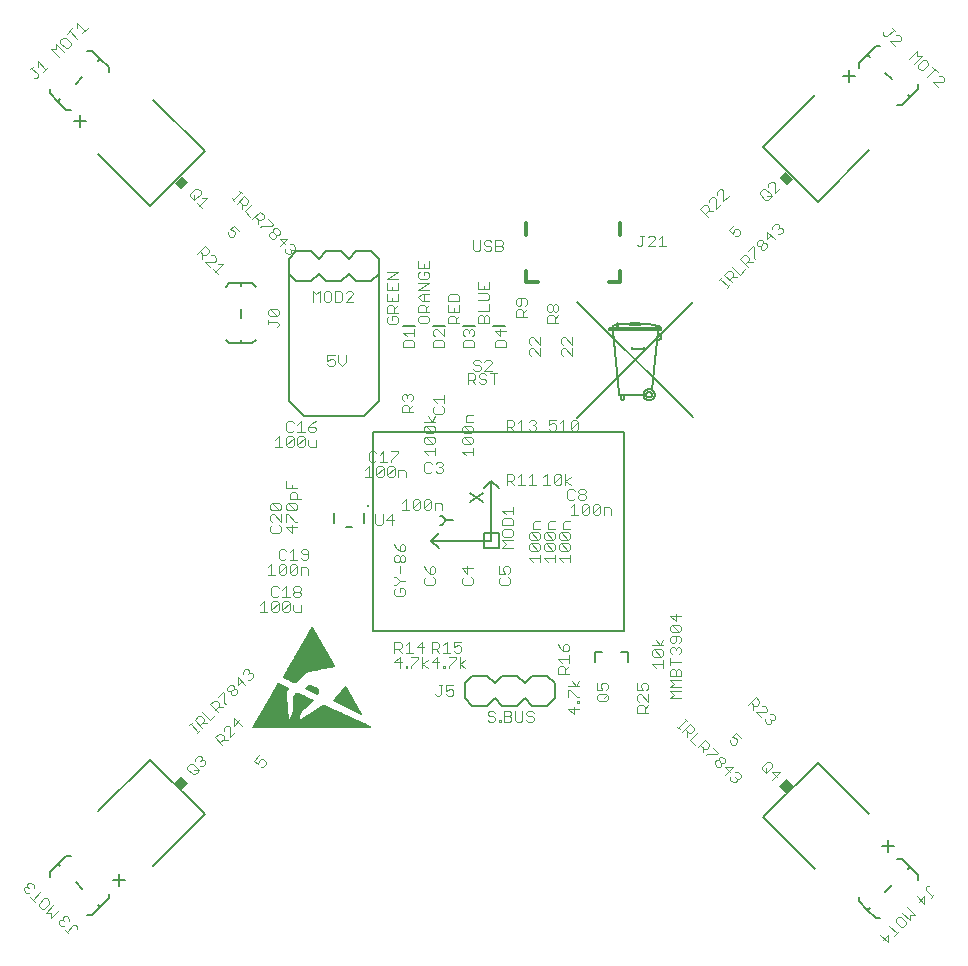
<source format=gto>
G75*
%MOIN*%
%OFA0B0*%
%FSLAX25Y25*%
%IPPOS*%
%LPD*%
%AMOC8*
5,1,8,0,0,1.08239X$1,22.5*
%
%ADD10C,0.00700*%
%ADD11C,0.00400*%
%ADD12C,0.00500*%
%ADD13C,0.01200*%
%ADD14C,0.00800*%
%ADD15C,0.01000*%
%ADD16R,0.03400X0.03000*%
%ADD17C,0.00570*%
%ADD18C,0.00185*%
D10*
X0370426Y0156154D02*
X0374362Y0156154D01*
X0372394Y0158122D02*
X0372394Y0154185D01*
X0626926Y0167654D02*
X0630862Y0167654D01*
X0628894Y0169622D02*
X0628894Y0165685D01*
X0359394Y0407185D02*
X0359394Y0411122D01*
X0357426Y0409154D02*
X0361362Y0409154D01*
X0613926Y0424154D02*
X0617862Y0424154D01*
X0615894Y0426122D02*
X0615894Y0422185D01*
D11*
X0341516Y0151908D02*
X0340667Y0152757D01*
X0340667Y0153606D01*
X0341091Y0154031D01*
X0341940Y0154031D01*
X0341940Y0154880D01*
X0342365Y0155305D01*
X0343214Y0155305D01*
X0344064Y0154455D01*
X0344064Y0153606D01*
X0342365Y0153606D02*
X0341940Y0154031D01*
X0341516Y0151908D02*
X0342365Y0151908D01*
X0342846Y0150577D02*
X0344545Y0148879D01*
X0343696Y0149728D02*
X0346243Y0152276D01*
X0347574Y0150096D02*
X0345875Y0148397D01*
X0345875Y0147548D01*
X0346725Y0146699D01*
X0347574Y0146699D01*
X0349272Y0148397D01*
X0349272Y0149247D01*
X0348423Y0150096D01*
X0347574Y0150096D01*
X0350603Y0147916D02*
X0348055Y0145368D01*
X0349754Y0145368D01*
X0349754Y0143670D01*
X0352301Y0146218D01*
X0354114Y0144136D02*
X0354963Y0144136D01*
X0355812Y0143286D01*
X0355812Y0142437D01*
X0354114Y0142437D02*
X0353689Y0142862D01*
X0353689Y0143711D01*
X0354114Y0144136D01*
X0353689Y0142862D02*
X0352840Y0142862D01*
X0352415Y0142437D01*
X0352415Y0141588D01*
X0353264Y0140739D01*
X0354114Y0140739D01*
X0354595Y0139408D02*
X0355444Y0138559D01*
X0355020Y0138984D02*
X0357143Y0141107D01*
X0357992Y0141107D01*
X0358417Y0140682D01*
X0358417Y0139833D01*
X0396982Y0191519D02*
X0397831Y0191519D01*
X0398680Y0192368D01*
X0398680Y0193218D01*
X0396982Y0194916D01*
X0396132Y0194916D01*
X0395283Y0194067D01*
X0395283Y0193218D01*
X0396982Y0191519D01*
X0397406Y0192793D02*
X0399105Y0192793D01*
X0399586Y0194124D02*
X0400435Y0194124D01*
X0401284Y0194973D01*
X0401284Y0195822D01*
X0400860Y0196247D01*
X0400011Y0196247D01*
X0399586Y0195822D01*
X0400011Y0196247D02*
X0400011Y0197096D01*
X0399586Y0197521D01*
X0398737Y0197521D01*
X0397887Y0196671D01*
X0397887Y0195822D01*
X0406097Y0202090D02*
X0407371Y0203364D01*
X0407371Y0204214D01*
X0406522Y0205063D01*
X0405672Y0205063D01*
X0404398Y0203789D01*
X0406946Y0201241D01*
X0406946Y0202940D02*
X0408645Y0202940D01*
X0409551Y0203846D02*
X0409551Y0207243D01*
X0409126Y0207667D01*
X0408277Y0207667D01*
X0407427Y0206818D01*
X0407427Y0205969D01*
X0409551Y0203846D02*
X0411249Y0205544D01*
X0410881Y0207724D02*
X0412580Y0209422D01*
X0413429Y0207724D02*
X0410881Y0210272D01*
X0410881Y0207724D01*
X0405430Y0212202D02*
X0402883Y0214750D01*
X0404157Y0216024D01*
X0405006Y0216024D01*
X0405855Y0215174D01*
X0405855Y0214325D01*
X0404581Y0213051D01*
X0405430Y0213901D02*
X0407129Y0213901D01*
X0408035Y0214806D02*
X0407610Y0215231D01*
X0407610Y0218628D01*
X0407186Y0219053D01*
X0405487Y0217354D01*
X0408516Y0219534D02*
X0408941Y0219109D01*
X0409790Y0219109D01*
X0410639Y0219959D01*
X0411488Y0219959D01*
X0411913Y0219534D01*
X0411913Y0218685D01*
X0411064Y0217835D01*
X0410215Y0217835D01*
X0409790Y0218260D01*
X0409790Y0219109D01*
X0410639Y0219959D02*
X0410639Y0220808D01*
X0410215Y0221232D01*
X0409365Y0221232D01*
X0408516Y0220383D01*
X0408516Y0219534D01*
X0411970Y0221289D02*
X0413668Y0222988D01*
X0413725Y0224743D02*
X0413725Y0225592D01*
X0414574Y0226441D01*
X0415423Y0226441D01*
X0415848Y0226017D01*
X0415848Y0225167D01*
X0416697Y0225167D01*
X0417122Y0224743D01*
X0417122Y0223893D01*
X0416273Y0223044D01*
X0415423Y0223044D01*
X0415423Y0224743D02*
X0415848Y0225167D01*
X0411970Y0223837D02*
X0414517Y0221289D01*
X0411970Y0221289D02*
X0411970Y0223837D01*
X0404525Y0211296D02*
X0402826Y0209598D01*
X0400278Y0212145D01*
X0399797Y0210815D02*
X0400646Y0209966D01*
X0400646Y0209116D01*
X0399372Y0207843D01*
X0400222Y0208692D02*
X0401920Y0208692D01*
X0400222Y0206993D02*
X0397674Y0209541D01*
X0398948Y0210815D01*
X0399797Y0210815D01*
X0396787Y0208654D02*
X0395938Y0207805D01*
X0396362Y0208230D02*
X0398910Y0205682D01*
X0399335Y0206106D02*
X0398485Y0205257D01*
X0417536Y0196069D02*
X0418810Y0194795D01*
X0419235Y0196069D01*
X0419659Y0196493D01*
X0420509Y0196493D01*
X0421358Y0195644D01*
X0421358Y0194795D01*
X0420509Y0193946D01*
X0419659Y0193946D01*
X0417536Y0196069D02*
X0419235Y0197767D01*
X0464276Y0228853D02*
X0466678Y0228853D01*
X0467959Y0227652D02*
X0468559Y0227652D01*
X0468559Y0227051D01*
X0467959Y0227051D01*
X0467959Y0227652D01*
X0469800Y0227652D02*
X0472202Y0230054D01*
X0472202Y0230654D01*
X0469800Y0230654D01*
X0470361Y0232051D02*
X0467959Y0232051D01*
X0469160Y0232051D02*
X0469160Y0235654D01*
X0467959Y0234453D01*
X0466678Y0233853D02*
X0466077Y0233252D01*
X0464276Y0233252D01*
X0465477Y0233252D02*
X0466678Y0232051D01*
X0466077Y0230654D02*
X0464276Y0228853D01*
X0466077Y0230654D02*
X0466077Y0227051D01*
X0469800Y0227051D02*
X0469800Y0227652D01*
X0473483Y0228252D02*
X0475285Y0229453D01*
X0476776Y0228853D02*
X0479178Y0228853D01*
X0480459Y0227652D02*
X0481059Y0227652D01*
X0481059Y0227051D01*
X0480459Y0227051D01*
X0480459Y0227652D01*
X0482300Y0227652D02*
X0482300Y0227051D01*
X0482300Y0227652D02*
X0484702Y0230054D01*
X0484702Y0230654D01*
X0482300Y0230654D01*
X0482861Y0232051D02*
X0480459Y0232051D01*
X0481660Y0232051D02*
X0481660Y0235654D01*
X0480459Y0234453D01*
X0479178Y0233853D02*
X0478577Y0233252D01*
X0476776Y0233252D01*
X0477977Y0233252D02*
X0479178Y0232051D01*
X0478577Y0230654D02*
X0476776Y0228853D01*
X0475285Y0227051D02*
X0473483Y0228252D01*
X0473483Y0227051D02*
X0473483Y0230654D01*
X0473443Y0232051D02*
X0473443Y0235654D01*
X0471642Y0233853D01*
X0474044Y0233853D01*
X0476776Y0232051D02*
X0476776Y0235654D01*
X0478577Y0235654D01*
X0479178Y0235054D01*
X0479178Y0233853D01*
X0478577Y0230654D02*
X0478577Y0227051D01*
X0479040Y0221154D02*
X0480241Y0221154D01*
X0479640Y0221154D02*
X0479640Y0218152D01*
X0479040Y0217551D01*
X0478439Y0217551D01*
X0477839Y0218152D01*
X0481522Y0218152D02*
X0482122Y0217551D01*
X0483323Y0217551D01*
X0483924Y0218152D01*
X0483924Y0219353D01*
X0483323Y0219953D01*
X0482723Y0219953D01*
X0481522Y0219353D01*
X0481522Y0221154D01*
X0483924Y0221154D01*
X0485983Y0227051D02*
X0485983Y0230654D01*
X0485943Y0232051D02*
X0484742Y0232051D01*
X0484142Y0232652D01*
X0484142Y0233853D02*
X0485343Y0234453D01*
X0485943Y0234453D01*
X0486544Y0233853D01*
X0486544Y0232652D01*
X0485943Y0232051D01*
X0484142Y0233853D02*
X0484142Y0235654D01*
X0486544Y0235654D01*
X0487785Y0229453D02*
X0485983Y0228252D01*
X0487785Y0227051D01*
X0495939Y0212654D02*
X0495339Y0212054D01*
X0495339Y0211453D01*
X0495939Y0210853D01*
X0497140Y0210853D01*
X0497741Y0210252D01*
X0497741Y0209652D01*
X0497140Y0209051D01*
X0495939Y0209051D01*
X0495339Y0209652D01*
X0495939Y0212654D02*
X0497140Y0212654D01*
X0497741Y0212054D01*
X0499022Y0209652D02*
X0499622Y0209652D01*
X0499622Y0209051D01*
X0499022Y0209051D01*
X0499022Y0209652D01*
X0500863Y0209051D02*
X0500863Y0212654D01*
X0502665Y0212654D01*
X0503265Y0212054D01*
X0503265Y0211453D01*
X0502665Y0210853D01*
X0500863Y0210853D01*
X0500863Y0209051D02*
X0502665Y0209051D01*
X0503265Y0209652D01*
X0503265Y0210252D01*
X0502665Y0210853D01*
X0504546Y0209652D02*
X0504546Y0212654D01*
X0506948Y0212654D02*
X0506948Y0209652D01*
X0506348Y0209051D01*
X0505147Y0209051D01*
X0504546Y0209652D01*
X0508230Y0209652D02*
X0508830Y0209051D01*
X0510031Y0209051D01*
X0510632Y0209652D01*
X0510632Y0210252D01*
X0510031Y0210853D01*
X0508830Y0210853D01*
X0508230Y0211453D01*
X0508230Y0212054D01*
X0508830Y0212654D01*
X0510031Y0212654D01*
X0510632Y0212054D01*
X0522273Y0213353D02*
X0524074Y0211551D01*
X0524074Y0213953D01*
X0525275Y0215234D02*
X0525275Y0215835D01*
X0525876Y0215835D01*
X0525876Y0215234D01*
X0525275Y0215234D01*
X0525275Y0217076D02*
X0522873Y0219478D01*
X0522273Y0219478D01*
X0522273Y0217076D01*
X0525275Y0217076D02*
X0525876Y0217076D01*
X0525876Y0220759D02*
X0522273Y0220759D01*
X0523474Y0222561D02*
X0524675Y0220759D01*
X0525876Y0222561D01*
X0522376Y0225051D02*
X0518773Y0225051D01*
X0518773Y0226853D01*
X0519373Y0227453D01*
X0520574Y0227453D01*
X0521175Y0226853D01*
X0521175Y0225051D01*
X0521175Y0226252D02*
X0522376Y0227453D01*
X0522376Y0228734D02*
X0522376Y0231136D01*
X0522376Y0229935D02*
X0518773Y0229935D01*
X0519974Y0228734D01*
X0520574Y0232417D02*
X0520574Y0234219D01*
X0521175Y0234820D01*
X0521775Y0234820D01*
X0522376Y0234219D01*
X0522376Y0233018D01*
X0521775Y0232417D01*
X0520574Y0232417D01*
X0519373Y0233618D01*
X0518773Y0234820D01*
X0531773Y0221953D02*
X0531773Y0219551D01*
X0533574Y0219551D01*
X0532974Y0220752D01*
X0532974Y0221353D01*
X0533574Y0221953D01*
X0534775Y0221953D01*
X0535376Y0221353D01*
X0535376Y0220152D01*
X0534775Y0219551D01*
X0534775Y0218270D02*
X0535376Y0217670D01*
X0535376Y0216469D01*
X0534775Y0215868D01*
X0532373Y0215868D01*
X0531773Y0216469D01*
X0531773Y0217670D01*
X0532373Y0218270D01*
X0534775Y0218270D01*
X0535376Y0218270D02*
X0534175Y0217069D01*
X0525876Y0213353D02*
X0522273Y0213353D01*
X0545273Y0213853D02*
X0545873Y0214453D01*
X0547074Y0214453D01*
X0547675Y0213853D01*
X0547675Y0212051D01*
X0548876Y0212051D02*
X0545273Y0212051D01*
X0545273Y0213853D01*
X0545873Y0215734D02*
X0545273Y0216335D01*
X0545273Y0217536D01*
X0545873Y0218136D01*
X0546474Y0218136D01*
X0548876Y0215734D01*
X0548876Y0218136D01*
X0548275Y0219417D02*
X0548876Y0220018D01*
X0548876Y0221219D01*
X0548275Y0221820D01*
X0547074Y0221820D01*
X0546474Y0221219D01*
X0546474Y0220618D01*
X0547074Y0219417D01*
X0545273Y0219417D01*
X0545273Y0221820D01*
X0551474Y0227051D02*
X0550273Y0228252D01*
X0553876Y0228252D01*
X0553876Y0227051D02*
X0553876Y0229453D01*
X0553275Y0230734D02*
X0550873Y0233136D01*
X0553275Y0233136D01*
X0553876Y0232536D01*
X0553876Y0231335D01*
X0553275Y0230734D01*
X0550873Y0230734D01*
X0550273Y0231335D01*
X0550273Y0232536D01*
X0550873Y0233136D01*
X0550273Y0234417D02*
X0553876Y0234417D01*
X0552675Y0234417D02*
X0551474Y0236219D01*
X0552675Y0234417D02*
X0553876Y0236219D01*
X0556273Y0235835D02*
X0556873Y0235234D01*
X0557474Y0235234D01*
X0558074Y0235835D01*
X0558074Y0237636D01*
X0556873Y0237636D02*
X0556273Y0237036D01*
X0556273Y0235835D01*
X0556873Y0237636D02*
X0559275Y0237636D01*
X0559876Y0237036D01*
X0559876Y0235835D01*
X0559275Y0235234D01*
X0559275Y0233953D02*
X0559876Y0233353D01*
X0559876Y0232152D01*
X0559275Y0231551D01*
X0558074Y0232752D02*
X0558074Y0233353D01*
X0558675Y0233953D01*
X0559275Y0233953D01*
X0558074Y0233353D02*
X0557474Y0233953D01*
X0556873Y0233953D01*
X0556273Y0233353D01*
X0556273Y0232152D01*
X0556873Y0231551D01*
X0556273Y0230270D02*
X0556273Y0227868D01*
X0556273Y0229069D02*
X0559876Y0229069D01*
X0559275Y0226587D02*
X0559876Y0225986D01*
X0559876Y0224185D01*
X0556273Y0224185D01*
X0556273Y0225986D01*
X0556873Y0226587D01*
X0557474Y0226587D01*
X0558074Y0225986D01*
X0558074Y0224185D01*
X0558074Y0225986D02*
X0558675Y0226587D01*
X0559275Y0226587D01*
X0559876Y0222904D02*
X0556273Y0222904D01*
X0557474Y0221703D01*
X0556273Y0220502D01*
X0559876Y0220502D01*
X0559876Y0219221D02*
X0556273Y0219221D01*
X0557474Y0218020D01*
X0556273Y0216819D01*
X0559876Y0216819D01*
X0548876Y0214453D02*
X0547675Y0213252D01*
X0558440Y0207400D02*
X0559289Y0206550D01*
X0558865Y0206975D02*
X0561412Y0209523D01*
X0560988Y0209947D02*
X0561837Y0209098D01*
X0562724Y0208211D02*
X0563998Y0206937D01*
X0563998Y0206088D01*
X0563149Y0205239D01*
X0562299Y0205239D01*
X0561025Y0206513D01*
X0560176Y0205663D02*
X0562724Y0208211D01*
X0561875Y0205663D02*
X0561875Y0203965D01*
X0562781Y0203059D02*
X0564479Y0201360D01*
X0565385Y0200455D02*
X0567933Y0203002D01*
X0569207Y0201728D01*
X0569207Y0200879D01*
X0568357Y0200030D01*
X0567508Y0200030D01*
X0566234Y0201304D01*
X0567083Y0200455D02*
X0567083Y0198756D01*
X0567989Y0197850D02*
X0568414Y0198275D01*
X0571811Y0198275D01*
X0572236Y0198699D01*
X0570537Y0200398D01*
X0572717Y0197369D02*
X0572292Y0196944D01*
X0572292Y0196095D01*
X0573141Y0195246D01*
X0573141Y0194397D01*
X0572717Y0193972D01*
X0571868Y0193972D01*
X0571018Y0194821D01*
X0571018Y0195670D01*
X0571443Y0196095D01*
X0572292Y0196095D01*
X0573141Y0195246D02*
X0573991Y0195246D01*
X0574415Y0195670D01*
X0574415Y0196520D01*
X0573566Y0197369D01*
X0572717Y0197369D01*
X0574472Y0193915D02*
X0576170Y0192217D01*
X0576227Y0190462D02*
X0576227Y0189612D01*
X0577076Y0188763D01*
X0577925Y0188763D01*
X0578350Y0189188D01*
X0578350Y0190037D01*
X0577925Y0190462D01*
X0578350Y0190037D02*
X0579199Y0190037D01*
X0579624Y0190462D01*
X0579624Y0191311D01*
X0578775Y0192160D01*
X0577925Y0192160D01*
X0577020Y0193915D02*
X0574472Y0193915D01*
X0574472Y0191368D02*
X0577020Y0193915D01*
X0576812Y0201362D02*
X0575963Y0202211D01*
X0575963Y0203060D01*
X0576812Y0203909D02*
X0578086Y0203485D01*
X0578511Y0203060D01*
X0578511Y0202211D01*
X0577662Y0201362D01*
X0576812Y0201362D01*
X0576812Y0203909D02*
X0578086Y0205183D01*
X0579785Y0203485D01*
X0587743Y0209073D02*
X0587743Y0209922D01*
X0587743Y0209073D02*
X0588592Y0208224D01*
X0589442Y0208224D01*
X0589866Y0208648D01*
X0589866Y0209498D01*
X0589442Y0209922D01*
X0589866Y0209498D02*
X0590715Y0209498D01*
X0591140Y0209922D01*
X0591140Y0210772D01*
X0590291Y0211621D01*
X0589442Y0211621D01*
X0588536Y0212527D02*
X0588536Y0213376D01*
X0587686Y0214225D01*
X0586837Y0214225D01*
X0585931Y0215131D02*
X0585082Y0214282D01*
X0584233Y0214282D01*
X0582959Y0215556D01*
X0583808Y0214707D02*
X0583808Y0213008D01*
X0584714Y0212102D02*
X0588111Y0212102D01*
X0588536Y0212527D01*
X0586413Y0210404D02*
X0584714Y0212102D01*
X0585931Y0215131D02*
X0585931Y0215980D01*
X0584657Y0217254D01*
X0582110Y0214707D01*
X0565328Y0205607D02*
X0562781Y0203059D01*
X0586785Y0193987D02*
X0586785Y0193137D01*
X0587634Y0192288D01*
X0588484Y0192288D01*
X0590182Y0193987D01*
X0590182Y0194836D01*
X0589333Y0195685D01*
X0588484Y0195685D01*
X0586785Y0193987D01*
X0588059Y0193562D02*
X0588059Y0191864D01*
X0590239Y0192232D02*
X0591937Y0190533D01*
X0590239Y0189684D02*
X0592787Y0192232D01*
X0590239Y0192232D01*
X0641320Y0153768D02*
X0641320Y0152918D01*
X0643443Y0150795D01*
X0643018Y0150371D02*
X0643868Y0151220D01*
X0640839Y0150739D02*
X0639140Y0149040D01*
X0638291Y0150739D02*
X0640839Y0148191D01*
X0640839Y0150739D01*
X0641320Y0153768D02*
X0641745Y0154192D01*
X0642594Y0154192D01*
X0635209Y0147077D02*
X0637757Y0144529D01*
X0636058Y0144529D01*
X0636058Y0142831D01*
X0633511Y0145378D01*
X0633029Y0144048D02*
X0632180Y0144048D01*
X0631331Y0143199D01*
X0631331Y0142349D01*
X0633029Y0140651D01*
X0633879Y0140651D01*
X0634728Y0141500D01*
X0634728Y0142349D01*
X0633029Y0144048D01*
X0632548Y0139320D02*
X0630850Y0137622D01*
X0631699Y0138471D02*
X0629151Y0141019D01*
X0628670Y0137990D02*
X0626971Y0136291D01*
X0628670Y0135442D02*
X0628670Y0137990D01*
X0626122Y0137990D02*
X0628670Y0135442D01*
X0559275Y0238917D02*
X0556873Y0241320D01*
X0559275Y0241320D01*
X0559876Y0240719D01*
X0559876Y0239518D01*
X0559275Y0238917D01*
X0556873Y0238917D01*
X0556273Y0239518D01*
X0556273Y0240719D01*
X0556873Y0241320D01*
X0558074Y0242601D02*
X0558074Y0245003D01*
X0556273Y0244402D02*
X0558074Y0242601D01*
X0556273Y0244402D02*
X0559876Y0244402D01*
X0536494Y0278051D02*
X0536494Y0279853D01*
X0535894Y0280453D01*
X0534092Y0280453D01*
X0534092Y0278051D01*
X0532811Y0278652D02*
X0532211Y0278051D01*
X0531010Y0278051D01*
X0530409Y0278652D01*
X0532811Y0281054D01*
X0532811Y0278652D01*
X0530409Y0278652D02*
X0530409Y0281054D01*
X0531010Y0281654D01*
X0532211Y0281654D01*
X0532811Y0281054D01*
X0529128Y0281054D02*
X0526726Y0278652D01*
X0527327Y0278051D01*
X0528528Y0278051D01*
X0529128Y0278652D01*
X0529128Y0281054D01*
X0528528Y0281654D01*
X0527327Y0281654D01*
X0526726Y0281054D01*
X0526726Y0278652D01*
X0525445Y0278051D02*
X0523043Y0278051D01*
X0524244Y0278051D02*
X0524244Y0281654D01*
X0523043Y0280453D01*
X0522510Y0283051D02*
X0523711Y0283051D01*
X0524311Y0283652D01*
X0525592Y0283652D02*
X0525592Y0284252D01*
X0526193Y0284853D01*
X0527394Y0284853D01*
X0527994Y0284252D01*
X0527994Y0283652D01*
X0527394Y0283051D01*
X0526193Y0283051D01*
X0525592Y0283652D01*
X0526193Y0284853D02*
X0525592Y0285453D01*
X0525592Y0286054D01*
X0526193Y0286654D01*
X0527394Y0286654D01*
X0527994Y0286054D01*
X0527994Y0285453D01*
X0527394Y0284853D01*
X0524311Y0286054D02*
X0523711Y0286654D01*
X0522510Y0286654D01*
X0521909Y0286054D01*
X0521909Y0283652D01*
X0522510Y0283051D01*
X0522988Y0288051D02*
X0521187Y0289252D01*
X0522988Y0290453D01*
X0521187Y0291654D02*
X0521187Y0288051D01*
X0519906Y0288652D02*
X0519305Y0288051D01*
X0518104Y0288051D01*
X0517503Y0288652D01*
X0519906Y0291054D01*
X0519906Y0288652D01*
X0519906Y0291054D02*
X0519305Y0291654D01*
X0518104Y0291654D01*
X0517503Y0291054D01*
X0517503Y0288652D01*
X0516222Y0288051D02*
X0513820Y0288051D01*
X0515021Y0288051D02*
X0515021Y0291654D01*
X0513820Y0290453D01*
X0511475Y0288051D02*
X0509073Y0288051D01*
X0510274Y0288051D02*
X0510274Y0291654D01*
X0509073Y0290453D01*
X0507792Y0288051D02*
X0505390Y0288051D01*
X0506591Y0288051D02*
X0506591Y0291654D01*
X0505390Y0290453D01*
X0504109Y0289853D02*
X0503508Y0289252D01*
X0501706Y0289252D01*
X0501706Y0288051D02*
X0501706Y0291654D01*
X0503508Y0291654D01*
X0504109Y0291054D01*
X0504109Y0289853D01*
X0502907Y0289252D02*
X0504109Y0288051D01*
X0503876Y0280503D02*
X0503876Y0278101D01*
X0503876Y0279302D02*
X0500273Y0279302D01*
X0501474Y0278101D01*
X0500873Y0276820D02*
X0500273Y0276219D01*
X0500273Y0274417D01*
X0503876Y0274417D01*
X0503876Y0276219D01*
X0503275Y0276820D01*
X0500873Y0276820D01*
X0500873Y0273136D02*
X0500273Y0272536D01*
X0500273Y0271335D01*
X0500873Y0270734D01*
X0503275Y0270734D01*
X0503876Y0271335D01*
X0503876Y0272536D01*
X0503275Y0273136D01*
X0500873Y0273136D01*
X0500273Y0269453D02*
X0503876Y0269453D01*
X0503876Y0267051D02*
X0500273Y0267051D01*
X0501474Y0268252D01*
X0500273Y0269453D01*
X0501074Y0260770D02*
X0500474Y0260170D01*
X0500474Y0259569D01*
X0501074Y0258368D01*
X0499273Y0258368D01*
X0499273Y0260770D01*
X0501074Y0260770D02*
X0502275Y0260770D01*
X0502876Y0260170D01*
X0502876Y0258969D01*
X0502275Y0258368D01*
X0502275Y0257087D02*
X0502876Y0256486D01*
X0502876Y0255285D01*
X0502275Y0254685D01*
X0499873Y0254685D01*
X0499273Y0255285D01*
X0499273Y0256486D01*
X0499873Y0257087D01*
X0490376Y0256486D02*
X0489775Y0257087D01*
X0490376Y0256486D02*
X0490376Y0255285D01*
X0489775Y0254685D01*
X0487373Y0254685D01*
X0486773Y0255285D01*
X0486773Y0256486D01*
X0487373Y0257087D01*
X0488574Y0258368D02*
X0488574Y0260770D01*
X0486773Y0260170D02*
X0488574Y0258368D01*
X0486773Y0260170D02*
X0490376Y0260170D01*
X0477876Y0260170D02*
X0477275Y0260770D01*
X0476675Y0260770D01*
X0476074Y0260170D01*
X0476074Y0258368D01*
X0477275Y0258368D01*
X0477876Y0258969D01*
X0477876Y0260170D01*
X0476074Y0258368D02*
X0474873Y0259569D01*
X0474273Y0260770D01*
X0474873Y0257087D02*
X0474273Y0256486D01*
X0474273Y0255285D01*
X0474873Y0254685D01*
X0477275Y0254685D01*
X0477876Y0255285D01*
X0477876Y0256486D01*
X0477275Y0257087D01*
X0467876Y0255935D02*
X0466074Y0255935D01*
X0464873Y0257136D01*
X0464273Y0257136D01*
X0466074Y0255935D02*
X0464873Y0254734D01*
X0464273Y0254734D01*
X0464873Y0253453D02*
X0464273Y0252853D01*
X0464273Y0251652D01*
X0464873Y0251051D01*
X0467275Y0251051D01*
X0467876Y0251652D01*
X0467876Y0252853D01*
X0467275Y0253453D01*
X0466074Y0253453D01*
X0466074Y0252252D01*
X0466074Y0258417D02*
X0466074Y0260820D01*
X0465474Y0262101D02*
X0464873Y0262101D01*
X0464273Y0262701D01*
X0464273Y0263902D01*
X0464873Y0264503D01*
X0465474Y0264503D01*
X0466074Y0263902D01*
X0466074Y0262701D01*
X0465474Y0262101D01*
X0466074Y0262701D02*
X0466675Y0262101D01*
X0467275Y0262101D01*
X0467876Y0262701D01*
X0467876Y0263902D01*
X0467275Y0264503D01*
X0466675Y0264503D01*
X0466074Y0263902D01*
X0466074Y0265784D02*
X0466074Y0267585D01*
X0466675Y0268186D01*
X0467275Y0268186D01*
X0467876Y0267585D01*
X0467876Y0266384D01*
X0467275Y0265784D01*
X0466074Y0265784D01*
X0464873Y0266985D01*
X0464273Y0268186D01*
X0463394Y0274551D02*
X0463394Y0278154D01*
X0461592Y0276353D01*
X0463994Y0276353D01*
X0460311Y0275152D02*
X0460311Y0278154D01*
X0457909Y0278154D02*
X0457909Y0275152D01*
X0458510Y0274551D01*
X0459711Y0274551D01*
X0460311Y0275152D01*
X0466776Y0279551D02*
X0469178Y0279551D01*
X0467977Y0279551D02*
X0467977Y0283154D01*
X0466776Y0281953D01*
X0470459Y0282554D02*
X0471059Y0283154D01*
X0472260Y0283154D01*
X0472861Y0282554D01*
X0470459Y0280152D01*
X0471059Y0279551D01*
X0472260Y0279551D01*
X0472861Y0280152D01*
X0472861Y0282554D01*
X0474142Y0282554D02*
X0474742Y0283154D01*
X0475943Y0283154D01*
X0476544Y0282554D01*
X0474142Y0280152D01*
X0474742Y0279551D01*
X0475943Y0279551D01*
X0476544Y0280152D01*
X0476544Y0282554D01*
X0477825Y0281953D02*
X0477825Y0279551D01*
X0480227Y0279551D02*
X0480227Y0281353D01*
X0479627Y0281953D01*
X0477825Y0281953D01*
X0474142Y0282554D02*
X0474142Y0280152D01*
X0470459Y0280152D02*
X0470459Y0282554D01*
X0467994Y0290551D02*
X0467994Y0292353D01*
X0467394Y0292953D01*
X0465592Y0292953D01*
X0465592Y0290551D01*
X0464311Y0291152D02*
X0463711Y0290551D01*
X0462510Y0290551D01*
X0461909Y0291152D01*
X0464311Y0293554D01*
X0464311Y0291152D01*
X0461909Y0291152D02*
X0461909Y0293554D01*
X0462510Y0294154D01*
X0463711Y0294154D01*
X0464311Y0293554D01*
X0463092Y0295551D02*
X0463092Y0296152D01*
X0465494Y0298554D01*
X0465494Y0299154D01*
X0463092Y0299154D01*
X0460610Y0299154D02*
X0460610Y0295551D01*
X0459409Y0295551D02*
X0461811Y0295551D01*
X0460028Y0294154D02*
X0460628Y0293554D01*
X0458226Y0291152D01*
X0458827Y0290551D01*
X0460028Y0290551D01*
X0460628Y0291152D01*
X0460628Y0293554D01*
X0460028Y0294154D02*
X0458827Y0294154D01*
X0458226Y0293554D01*
X0458226Y0291152D01*
X0456945Y0290551D02*
X0454543Y0290551D01*
X0455744Y0290551D02*
X0455744Y0294154D01*
X0454543Y0292953D01*
X0456327Y0295551D02*
X0457528Y0295551D01*
X0458128Y0296152D01*
X0456327Y0295551D02*
X0455726Y0296152D01*
X0455726Y0298554D01*
X0456327Y0299154D01*
X0457528Y0299154D01*
X0458128Y0298554D01*
X0459409Y0297953D02*
X0460610Y0299154D01*
X0474273Y0299133D02*
X0477876Y0299133D01*
X0477876Y0297932D02*
X0477876Y0300334D01*
X0477275Y0301616D02*
X0474873Y0304018D01*
X0477275Y0304018D01*
X0477876Y0303417D01*
X0477876Y0302216D01*
X0477275Y0301616D01*
X0474873Y0301616D01*
X0474273Y0302216D01*
X0474273Y0303417D01*
X0474873Y0304018D01*
X0474873Y0305299D02*
X0474273Y0305899D01*
X0474273Y0307100D01*
X0474873Y0307701D01*
X0477275Y0305299D01*
X0477876Y0305899D01*
X0477876Y0307100D01*
X0477275Y0307701D01*
X0474873Y0307701D01*
X0474273Y0308982D02*
X0477876Y0308982D01*
X0476675Y0308982D02*
X0477876Y0310783D01*
X0477873Y0311685D02*
X0480275Y0311685D01*
X0480876Y0312285D01*
X0480876Y0313486D01*
X0480275Y0314087D01*
X0480876Y0315368D02*
X0480876Y0317770D01*
X0480876Y0316569D02*
X0477273Y0316569D01*
X0478474Y0315368D01*
X0477873Y0314087D02*
X0477273Y0313486D01*
X0477273Y0312285D01*
X0477873Y0311685D01*
X0475474Y0310783D02*
X0476675Y0308982D01*
X0477275Y0305299D02*
X0474873Y0305299D01*
X0474273Y0299133D02*
X0475474Y0297932D01*
X0474876Y0295654D02*
X0474276Y0295054D01*
X0474276Y0292652D01*
X0474876Y0292051D01*
X0476077Y0292051D01*
X0476678Y0292652D01*
X0477959Y0292652D02*
X0478559Y0292051D01*
X0479760Y0292051D01*
X0480361Y0292652D01*
X0480361Y0293252D01*
X0479760Y0293853D01*
X0479160Y0293853D01*
X0479760Y0293853D02*
X0480361Y0294453D01*
X0480361Y0295054D01*
X0479760Y0295654D01*
X0478559Y0295654D01*
X0477959Y0295054D01*
X0476678Y0295054D02*
X0476077Y0295654D01*
X0474876Y0295654D01*
X0486773Y0299020D02*
X0490376Y0299020D01*
X0490376Y0297819D02*
X0490376Y0300221D01*
X0489775Y0301502D02*
X0487373Y0303904D01*
X0489775Y0303904D01*
X0490376Y0303303D01*
X0490376Y0302102D01*
X0489775Y0301502D01*
X0487373Y0301502D01*
X0486773Y0302102D01*
X0486773Y0303303D01*
X0487373Y0303904D01*
X0487373Y0305185D02*
X0486773Y0305785D01*
X0486773Y0306986D01*
X0487373Y0307587D01*
X0489775Y0305185D01*
X0490376Y0305785D01*
X0490376Y0306986D01*
X0489775Y0307587D01*
X0487373Y0307587D01*
X0487974Y0308868D02*
X0487974Y0310670D01*
X0488574Y0311270D01*
X0490376Y0311270D01*
X0490376Y0308868D02*
X0487974Y0308868D01*
X0487373Y0305185D02*
X0489775Y0305185D01*
X0486773Y0299020D02*
X0487974Y0297819D01*
X0501726Y0306051D02*
X0501726Y0309654D01*
X0503528Y0309654D01*
X0504128Y0309054D01*
X0504128Y0307853D01*
X0503528Y0307252D01*
X0501726Y0307252D01*
X0502927Y0307252D02*
X0504128Y0306051D01*
X0505409Y0306051D02*
X0507811Y0306051D01*
X0506610Y0306051D02*
X0506610Y0309654D01*
X0505409Y0308453D01*
X0509092Y0309054D02*
X0509693Y0309654D01*
X0510894Y0309654D01*
X0511494Y0309054D01*
X0511494Y0308453D01*
X0510894Y0307853D01*
X0511494Y0307252D01*
X0511494Y0306652D01*
X0510894Y0306051D01*
X0509693Y0306051D01*
X0509092Y0306652D01*
X0510293Y0307853D02*
X0510894Y0307853D01*
X0515726Y0307853D02*
X0516927Y0308453D01*
X0517528Y0308453D01*
X0518128Y0307853D01*
X0518128Y0306652D01*
X0517528Y0306051D01*
X0516327Y0306051D01*
X0515726Y0306652D01*
X0515726Y0307853D02*
X0515726Y0309654D01*
X0518128Y0309654D01*
X0519409Y0308453D02*
X0520610Y0309654D01*
X0520610Y0306051D01*
X0519409Y0306051D02*
X0521811Y0306051D01*
X0523092Y0306652D02*
X0525494Y0309054D01*
X0525494Y0306652D01*
X0524894Y0306051D01*
X0523693Y0306051D01*
X0523092Y0306652D01*
X0523092Y0309054D01*
X0523693Y0309654D01*
X0524894Y0309654D01*
X0525494Y0309054D01*
X0523376Y0331051D02*
X0520974Y0333453D01*
X0520373Y0333453D01*
X0519773Y0332853D01*
X0519773Y0331652D01*
X0520373Y0331051D01*
X0523376Y0331051D02*
X0523376Y0333453D01*
X0523376Y0334734D02*
X0520974Y0337136D01*
X0520373Y0337136D01*
X0519773Y0336536D01*
X0519773Y0335335D01*
X0520373Y0334734D01*
X0523376Y0334734D02*
X0523376Y0337136D01*
X0518876Y0342051D02*
X0515273Y0342051D01*
X0515273Y0343853D01*
X0515873Y0344453D01*
X0517074Y0344453D01*
X0517675Y0343853D01*
X0517675Y0342051D01*
X0517675Y0343252D02*
X0518876Y0344453D01*
X0518275Y0345734D02*
X0517675Y0345734D01*
X0517074Y0346335D01*
X0517074Y0347536D01*
X0517675Y0348136D01*
X0518275Y0348136D01*
X0518876Y0347536D01*
X0518876Y0346335D01*
X0518275Y0345734D01*
X0517074Y0346335D02*
X0516474Y0345734D01*
X0515873Y0345734D01*
X0515273Y0346335D01*
X0515273Y0347536D01*
X0515873Y0348136D01*
X0516474Y0348136D01*
X0517074Y0347536D01*
X0508376Y0348335D02*
X0508376Y0349536D01*
X0507775Y0350136D01*
X0505373Y0350136D01*
X0504773Y0349536D01*
X0504773Y0348335D01*
X0505373Y0347734D01*
X0505974Y0347734D01*
X0506574Y0348335D01*
X0506574Y0350136D01*
X0508376Y0348335D02*
X0507775Y0347734D01*
X0508376Y0346453D02*
X0507175Y0345252D01*
X0507175Y0345853D02*
X0507175Y0344051D01*
X0508376Y0344051D02*
X0504773Y0344051D01*
X0504773Y0345853D01*
X0505373Y0346453D01*
X0506574Y0346453D01*
X0507175Y0345853D01*
X0501376Y0339227D02*
X0497773Y0339227D01*
X0499574Y0337425D01*
X0499574Y0339827D01*
X0498373Y0336144D02*
X0497773Y0335544D01*
X0497773Y0333742D01*
X0501376Y0333742D01*
X0501376Y0335544D01*
X0500775Y0336144D01*
X0498373Y0336144D01*
X0495876Y0342059D02*
X0492273Y0342059D01*
X0492273Y0343860D01*
X0492873Y0344461D01*
X0493474Y0344461D01*
X0494074Y0343860D01*
X0494074Y0342059D01*
X0494074Y0343860D02*
X0494675Y0344461D01*
X0495275Y0344461D01*
X0495876Y0343860D01*
X0495876Y0342059D01*
X0495876Y0345742D02*
X0492273Y0345742D01*
X0495876Y0345742D02*
X0495876Y0348144D01*
X0495275Y0349425D02*
X0495876Y0350026D01*
X0495876Y0351227D01*
X0495275Y0351827D01*
X0492273Y0351827D01*
X0492273Y0353108D02*
X0495876Y0353108D01*
X0495876Y0355510D01*
X0494074Y0354309D02*
X0494074Y0353108D01*
X0492273Y0353108D02*
X0492273Y0355510D01*
X0492273Y0349425D02*
X0495275Y0349425D01*
X0485876Y0349267D02*
X0485876Y0351068D01*
X0485275Y0351669D01*
X0482873Y0351669D01*
X0482273Y0351068D01*
X0482273Y0349267D01*
X0485876Y0349267D01*
X0485876Y0347986D02*
X0485876Y0345584D01*
X0482273Y0345584D01*
X0482273Y0347986D01*
X0484074Y0346785D02*
X0484074Y0345584D01*
X0484074Y0344303D02*
X0484675Y0343702D01*
X0484675Y0341900D01*
X0485876Y0341900D02*
X0482273Y0341900D01*
X0482273Y0343702D01*
X0482873Y0344303D01*
X0484074Y0344303D01*
X0484675Y0343102D02*
X0485876Y0344303D01*
X0487873Y0339827D02*
X0488474Y0339827D01*
X0489074Y0339227D01*
X0489675Y0339827D01*
X0490275Y0339827D01*
X0490876Y0339227D01*
X0490876Y0338026D01*
X0490275Y0337425D01*
X0490275Y0336144D02*
X0487873Y0336144D01*
X0487273Y0335544D01*
X0487273Y0333742D01*
X0490876Y0333742D01*
X0490876Y0335544D01*
X0490275Y0336144D01*
X0487873Y0337425D02*
X0487273Y0338026D01*
X0487273Y0339227D01*
X0487873Y0339827D01*
X0489074Y0339227D02*
X0489074Y0338626D01*
X0480876Y0337425D02*
X0478474Y0339827D01*
X0477873Y0339827D01*
X0477273Y0339227D01*
X0477273Y0338026D01*
X0477873Y0337425D01*
X0477873Y0336144D02*
X0477273Y0335544D01*
X0477273Y0333742D01*
X0480876Y0333742D01*
X0480876Y0335544D01*
X0480275Y0336144D01*
X0477873Y0336144D01*
X0480876Y0337425D02*
X0480876Y0339827D01*
X0475876Y0342476D02*
X0475876Y0343677D01*
X0475275Y0344278D01*
X0472873Y0344278D01*
X0472273Y0343677D01*
X0472273Y0342476D01*
X0472873Y0341876D01*
X0475275Y0341876D01*
X0475876Y0342476D01*
X0475876Y0345559D02*
X0472273Y0345559D01*
X0472273Y0347360D01*
X0472873Y0347961D01*
X0474074Y0347961D01*
X0474675Y0347360D01*
X0474675Y0345559D01*
X0474675Y0346760D02*
X0475876Y0347961D01*
X0475876Y0349242D02*
X0473474Y0349242D01*
X0472273Y0350443D01*
X0473474Y0351644D01*
X0475876Y0351644D01*
X0475876Y0352925D02*
X0472273Y0352925D01*
X0475876Y0355327D01*
X0472273Y0355327D01*
X0472873Y0356608D02*
X0475275Y0356608D01*
X0475876Y0357209D01*
X0475876Y0358410D01*
X0475275Y0359010D01*
X0474074Y0359010D01*
X0474074Y0357809D01*
X0472873Y0356608D02*
X0472273Y0357209D01*
X0472273Y0358410D01*
X0472873Y0359010D01*
X0472273Y0360291D02*
X0475876Y0360291D01*
X0475876Y0362694D01*
X0474074Y0361492D02*
X0474074Y0360291D01*
X0472273Y0360291D02*
X0472273Y0362694D01*
X0465376Y0358852D02*
X0461773Y0358852D01*
X0461773Y0356450D02*
X0465376Y0358852D01*
X0465376Y0356450D02*
X0461773Y0356450D01*
X0461773Y0355169D02*
X0461773Y0352767D01*
X0465376Y0352767D01*
X0465376Y0355169D01*
X0463574Y0353968D02*
X0463574Y0352767D01*
X0461773Y0351486D02*
X0461773Y0349084D01*
X0465376Y0349084D01*
X0465376Y0351486D01*
X0463574Y0350285D02*
X0463574Y0349084D01*
X0463574Y0347803D02*
X0464175Y0347202D01*
X0464175Y0345400D01*
X0465376Y0345400D02*
X0461773Y0345400D01*
X0461773Y0347202D01*
X0462373Y0347803D01*
X0463574Y0347803D01*
X0464175Y0346601D02*
X0465376Y0347803D01*
X0464775Y0344119D02*
X0463574Y0344119D01*
X0463574Y0342918D01*
X0462373Y0341717D02*
X0464775Y0341717D01*
X0465376Y0342318D01*
X0465376Y0343519D01*
X0464775Y0344119D01*
X0462373Y0344119D02*
X0461773Y0343519D01*
X0461773Y0342318D01*
X0462373Y0341717D01*
X0467273Y0338626D02*
X0470876Y0338626D01*
X0470876Y0337425D02*
X0470876Y0339827D01*
X0468474Y0337425D02*
X0467273Y0338626D01*
X0467873Y0336144D02*
X0467273Y0335544D01*
X0467273Y0333742D01*
X0470876Y0333742D01*
X0470876Y0335544D01*
X0470275Y0336144D01*
X0467873Y0336144D01*
X0474074Y0349242D02*
X0474074Y0351644D01*
X0490531Y0366522D02*
X0491132Y0365921D01*
X0492333Y0365921D01*
X0492934Y0366522D01*
X0492934Y0369524D01*
X0494215Y0368924D02*
X0494815Y0369524D01*
X0496016Y0369524D01*
X0496617Y0368924D01*
X0496016Y0367723D02*
X0496617Y0367122D01*
X0496617Y0366522D01*
X0496016Y0365921D01*
X0494815Y0365921D01*
X0494215Y0366522D01*
X0494815Y0367723D02*
X0496016Y0367723D01*
X0494815Y0367723D02*
X0494215Y0368323D01*
X0494215Y0368924D01*
X0497898Y0369524D02*
X0497898Y0365921D01*
X0499699Y0365921D01*
X0500300Y0366522D01*
X0500300Y0367122D01*
X0499699Y0367723D01*
X0497898Y0367723D01*
X0499699Y0367723D02*
X0500300Y0368323D01*
X0500300Y0368924D01*
X0499699Y0369524D01*
X0497898Y0369524D01*
X0490531Y0369524D02*
X0490531Y0366522D01*
X0509873Y0337136D02*
X0509273Y0336536D01*
X0509273Y0335335D01*
X0509873Y0334734D01*
X0509873Y0333453D02*
X0509273Y0332853D01*
X0509273Y0331652D01*
X0509873Y0331051D01*
X0509873Y0333453D02*
X0510474Y0333453D01*
X0512876Y0331051D01*
X0512876Y0333453D01*
X0512876Y0334734D02*
X0510474Y0337136D01*
X0509873Y0337136D01*
X0512876Y0337136D02*
X0512876Y0334734D01*
X0496678Y0329054D02*
X0496077Y0329654D01*
X0494876Y0329654D01*
X0494276Y0329054D01*
X0492994Y0329054D02*
X0492394Y0329654D01*
X0491193Y0329654D01*
X0490592Y0329054D01*
X0490592Y0328453D01*
X0491193Y0327853D01*
X0492394Y0327853D01*
X0492994Y0327252D01*
X0492994Y0326652D01*
X0492394Y0326051D01*
X0491193Y0326051D01*
X0490592Y0326652D01*
X0490552Y0325154D02*
X0491153Y0324554D01*
X0491153Y0323353D01*
X0490552Y0322752D01*
X0488751Y0322752D01*
X0488751Y0321551D02*
X0488751Y0325154D01*
X0490552Y0325154D01*
X0492434Y0324554D02*
X0492434Y0323953D01*
X0493035Y0323353D01*
X0494236Y0323353D01*
X0494836Y0322752D01*
X0494836Y0322152D01*
X0494236Y0321551D01*
X0493035Y0321551D01*
X0492434Y0322152D01*
X0491153Y0321551D02*
X0489952Y0322752D01*
X0492434Y0324554D02*
X0493035Y0325154D01*
X0494236Y0325154D01*
X0494836Y0324554D01*
X0496117Y0325154D02*
X0498519Y0325154D01*
X0497318Y0325154D02*
X0497318Y0321551D01*
X0496678Y0326051D02*
X0494276Y0326051D01*
X0496678Y0328453D01*
X0496678Y0329054D01*
X0470376Y0317670D02*
X0470376Y0316469D01*
X0469775Y0315868D01*
X0470376Y0314587D02*
X0469175Y0313386D01*
X0469175Y0313986D02*
X0469175Y0312185D01*
X0470376Y0312185D02*
X0466773Y0312185D01*
X0466773Y0313986D01*
X0467373Y0314587D01*
X0468574Y0314587D01*
X0469175Y0313986D01*
X0467373Y0315868D02*
X0466773Y0316469D01*
X0466773Y0317670D01*
X0467373Y0318270D01*
X0467974Y0318270D01*
X0468574Y0317670D01*
X0469175Y0318270D01*
X0469775Y0318270D01*
X0470376Y0317670D01*
X0468574Y0317670D02*
X0468574Y0317069D01*
X0447994Y0328752D02*
X0447994Y0331154D01*
X0445592Y0331154D02*
X0445592Y0328752D01*
X0446793Y0327551D01*
X0447994Y0328752D01*
X0444311Y0328152D02*
X0443711Y0327551D01*
X0442510Y0327551D01*
X0441909Y0328152D01*
X0441909Y0329353D02*
X0443110Y0329953D01*
X0443711Y0329953D01*
X0444311Y0329353D01*
X0444311Y0328152D01*
X0441909Y0329353D02*
X0441909Y0331154D01*
X0444311Y0331154D01*
X0444409Y0349051D02*
X0446211Y0349051D01*
X0446811Y0349652D01*
X0446811Y0352054D01*
X0446211Y0352654D01*
X0444409Y0352654D01*
X0444409Y0349051D01*
X0443128Y0349652D02*
X0443128Y0352054D01*
X0442528Y0352654D01*
X0441327Y0352654D01*
X0440726Y0352054D01*
X0440726Y0349652D01*
X0441327Y0349051D01*
X0442528Y0349051D01*
X0443128Y0349652D01*
X0439445Y0349051D02*
X0439445Y0352654D01*
X0438244Y0351453D01*
X0437043Y0352654D01*
X0437043Y0349051D01*
X0425754Y0345977D02*
X0425754Y0344776D01*
X0425153Y0344175D01*
X0422751Y0346577D01*
X0425153Y0346577D01*
X0425754Y0345977D01*
X0425153Y0344175D02*
X0422751Y0344175D01*
X0422150Y0344776D01*
X0422150Y0345977D01*
X0422751Y0346577D01*
X0422150Y0342894D02*
X0422150Y0341693D01*
X0422150Y0342294D02*
X0425153Y0342294D01*
X0425754Y0341693D01*
X0425754Y0341092D01*
X0425153Y0340492D01*
X0448092Y0349051D02*
X0450494Y0351453D01*
X0450494Y0352054D01*
X0449894Y0352654D01*
X0448693Y0352654D01*
X0448092Y0352054D01*
X0448092Y0349051D02*
X0450494Y0349051D01*
X0431166Y0366503D02*
X0430741Y0366079D01*
X0429892Y0366079D01*
X0429892Y0365229D01*
X0429467Y0364805D01*
X0428618Y0364805D01*
X0427769Y0365654D01*
X0427769Y0366503D01*
X0429467Y0366503D02*
X0429892Y0366079D01*
X0431166Y0366503D02*
X0431166Y0367353D01*
X0430316Y0368202D01*
X0429467Y0368202D01*
X0427712Y0368258D02*
X0426013Y0369957D01*
X0428561Y0369957D01*
X0426013Y0367409D01*
X0424258Y0370014D02*
X0423409Y0370014D01*
X0422560Y0370863D01*
X0422560Y0371712D01*
X0422985Y0372137D01*
X0423834Y0372137D01*
X0424683Y0371287D01*
X0424683Y0370438D01*
X0424258Y0370014D01*
X0424683Y0371287D02*
X0425532Y0371287D01*
X0425957Y0371712D01*
X0425957Y0372561D01*
X0425108Y0373411D01*
X0424258Y0373411D01*
X0423834Y0372986D01*
X0423834Y0372137D01*
X0423353Y0374316D02*
X0419956Y0374316D01*
X0419531Y0373892D01*
X0418625Y0374798D02*
X0418625Y0376496D01*
X0419050Y0376072D02*
X0417776Y0377345D01*
X0416927Y0376496D02*
X0419474Y0379044D01*
X0420748Y0377770D01*
X0420748Y0376921D01*
X0419899Y0376072D01*
X0419050Y0376072D01*
X0422079Y0376440D02*
X0423777Y0374741D01*
X0423353Y0374316D01*
X0416021Y0377402D02*
X0414322Y0379101D01*
X0416870Y0381648D01*
X0415539Y0382130D02*
X0414690Y0381280D01*
X0413841Y0381280D01*
X0412567Y0382554D01*
X0411718Y0381705D02*
X0414266Y0384253D01*
X0415539Y0382979D01*
X0415539Y0382130D01*
X0413416Y0381705D02*
X0413416Y0380006D01*
X0410831Y0382592D02*
X0409982Y0383441D01*
X0410406Y0383017D02*
X0412954Y0385564D01*
X0413379Y0385140D02*
X0412529Y0385989D01*
X0401820Y0383615D02*
X0399273Y0381067D01*
X0400122Y0380218D02*
X0398423Y0381916D01*
X0397517Y0382822D02*
X0397517Y0384520D01*
X0397093Y0383247D02*
X0396244Y0384096D01*
X0396244Y0384945D01*
X0397942Y0386644D01*
X0398791Y0386644D01*
X0399641Y0385794D01*
X0399641Y0384945D01*
X0397942Y0383247D01*
X0397093Y0383247D01*
X0400122Y0383615D02*
X0401820Y0383615D01*
X0410793Y0374391D02*
X0409519Y0373117D01*
X0410793Y0372692D01*
X0411218Y0372267D01*
X0411218Y0371418D01*
X0410369Y0370569D01*
X0409519Y0370569D01*
X0408670Y0371418D01*
X0408670Y0372267D01*
X0410793Y0374391D02*
X0412492Y0372692D01*
X0404042Y0364499D02*
X0403193Y0364499D01*
X0404042Y0364499D02*
X0404892Y0363650D01*
X0404892Y0362801D01*
X0404467Y0362376D01*
X0401070Y0362376D01*
X0402768Y0360678D01*
X0403674Y0359772D02*
X0405373Y0358073D01*
X0404524Y0358923D02*
X0407071Y0361470D01*
X0405373Y0361470D01*
X0401438Y0364556D02*
X0400589Y0364556D01*
X0399315Y0365830D01*
X0400164Y0364981D02*
X0400164Y0363282D01*
X0401438Y0364556D02*
X0402287Y0365405D01*
X0402287Y0366254D01*
X0401013Y0367528D01*
X0398466Y0364981D01*
X0428827Y0309154D02*
X0428226Y0308554D01*
X0428226Y0306152D01*
X0428827Y0305551D01*
X0430028Y0305551D01*
X0430628Y0306152D01*
X0431909Y0305551D02*
X0434311Y0305551D01*
X0433110Y0305551D02*
X0433110Y0309154D01*
X0431909Y0307953D01*
X0430628Y0308554D02*
X0430028Y0309154D01*
X0428827Y0309154D01*
X0428827Y0304154D02*
X0430028Y0304154D01*
X0430628Y0303554D01*
X0428226Y0301152D01*
X0428827Y0300551D01*
X0430028Y0300551D01*
X0430628Y0301152D01*
X0430628Y0303554D01*
X0431909Y0303554D02*
X0432510Y0304154D01*
X0433711Y0304154D01*
X0434311Y0303554D01*
X0431909Y0301152D01*
X0432510Y0300551D01*
X0433711Y0300551D01*
X0434311Y0301152D01*
X0434311Y0303554D01*
X0435592Y0302953D02*
X0435592Y0301152D01*
X0436193Y0300551D01*
X0437994Y0300551D01*
X0437994Y0302953D01*
X0437394Y0305551D02*
X0437994Y0306152D01*
X0437994Y0306752D01*
X0437394Y0307353D01*
X0435592Y0307353D01*
X0435592Y0306152D01*
X0436193Y0305551D01*
X0437394Y0305551D01*
X0435592Y0307353D02*
X0436793Y0308554D01*
X0437994Y0309154D01*
X0431909Y0303554D02*
X0431909Y0301152D01*
X0428226Y0301152D02*
X0428226Y0303554D01*
X0428827Y0304154D01*
X0425744Y0304154D02*
X0425744Y0300551D01*
X0424543Y0300551D02*
X0426945Y0300551D01*
X0424543Y0302953D02*
X0425744Y0304154D01*
X0428273Y0289186D02*
X0428273Y0286784D01*
X0431876Y0286784D01*
X0431275Y0285503D02*
X0430074Y0285503D01*
X0429474Y0284902D01*
X0429474Y0283101D01*
X0433077Y0283101D01*
X0431876Y0283101D02*
X0431876Y0284902D01*
X0431275Y0285503D01*
X0430074Y0286784D02*
X0430074Y0287985D01*
X0428873Y0281820D02*
X0431275Y0279417D01*
X0431876Y0280018D01*
X0431876Y0281219D01*
X0431275Y0281820D01*
X0428873Y0281820D01*
X0428273Y0281219D01*
X0428273Y0280018D01*
X0428873Y0279417D01*
X0431275Y0279417D01*
X0428873Y0278136D02*
X0431275Y0275734D01*
X0431876Y0275734D01*
X0431876Y0273853D02*
X0428273Y0273853D01*
X0430074Y0272051D01*
X0430074Y0274453D01*
X0428273Y0275734D02*
X0428273Y0278136D01*
X0428873Y0278136D01*
X0426376Y0278136D02*
X0426376Y0275734D01*
X0423974Y0278136D01*
X0423373Y0278136D01*
X0422773Y0277536D01*
X0422773Y0276335D01*
X0423373Y0275734D01*
X0423373Y0274453D02*
X0422773Y0273853D01*
X0422773Y0272652D01*
X0423373Y0272051D01*
X0425775Y0272051D01*
X0426376Y0272652D01*
X0426376Y0273853D01*
X0425775Y0274453D01*
X0425775Y0279417D02*
X0423373Y0281820D01*
X0425775Y0281820D01*
X0426376Y0281219D01*
X0426376Y0280018D01*
X0425775Y0279417D01*
X0423373Y0279417D01*
X0422773Y0280018D01*
X0422773Y0281219D01*
X0423373Y0281820D01*
X0426327Y0266654D02*
X0425726Y0266054D01*
X0425726Y0263652D01*
X0426327Y0263051D01*
X0427528Y0263051D01*
X0428128Y0263652D01*
X0429409Y0263051D02*
X0431811Y0263051D01*
X0430610Y0263051D02*
X0430610Y0266654D01*
X0429409Y0265453D01*
X0428128Y0266054D02*
X0427528Y0266654D01*
X0426327Y0266654D01*
X0426327Y0261654D02*
X0427528Y0261654D01*
X0428128Y0261054D01*
X0425726Y0258652D01*
X0426327Y0258051D01*
X0427528Y0258051D01*
X0428128Y0258652D01*
X0428128Y0261054D01*
X0429409Y0261054D02*
X0430010Y0261654D01*
X0431211Y0261654D01*
X0431811Y0261054D01*
X0429409Y0258652D01*
X0430010Y0258051D01*
X0431211Y0258051D01*
X0431811Y0258652D01*
X0431811Y0261054D01*
X0433092Y0260453D02*
X0434894Y0260453D01*
X0435494Y0259853D01*
X0435494Y0258051D01*
X0433092Y0258051D02*
X0433092Y0260453D01*
X0433693Y0263051D02*
X0434894Y0263051D01*
X0435494Y0263652D01*
X0435494Y0266054D01*
X0434894Y0266654D01*
X0433693Y0266654D01*
X0433092Y0266054D01*
X0433092Y0265453D01*
X0433693Y0264853D01*
X0435494Y0264853D01*
X0433693Y0263051D02*
X0433092Y0263652D01*
X0429409Y0261054D02*
X0429409Y0258652D01*
X0425726Y0258652D02*
X0425726Y0261054D01*
X0426327Y0261654D01*
X0423244Y0261654D02*
X0423244Y0258051D01*
X0422043Y0258051D02*
X0424445Y0258051D01*
X0422043Y0260453D02*
X0423244Y0261654D01*
X0423827Y0254154D02*
X0423226Y0253554D01*
X0423226Y0251152D01*
X0423827Y0250551D01*
X0425028Y0250551D01*
X0425628Y0251152D01*
X0426909Y0250551D02*
X0429311Y0250551D01*
X0428110Y0250551D02*
X0428110Y0254154D01*
X0426909Y0252953D01*
X0425628Y0253554D02*
X0425028Y0254154D01*
X0423827Y0254154D01*
X0423827Y0249154D02*
X0425028Y0249154D01*
X0425628Y0248554D01*
X0423226Y0246152D01*
X0423827Y0245551D01*
X0425028Y0245551D01*
X0425628Y0246152D01*
X0425628Y0248554D01*
X0426909Y0248554D02*
X0427510Y0249154D01*
X0428711Y0249154D01*
X0429311Y0248554D01*
X0426909Y0246152D01*
X0427510Y0245551D01*
X0428711Y0245551D01*
X0429311Y0246152D01*
X0429311Y0248554D01*
X0430592Y0247953D02*
X0430592Y0246152D01*
X0431193Y0245551D01*
X0432994Y0245551D01*
X0432994Y0247953D01*
X0432394Y0250551D02*
X0431193Y0250551D01*
X0430592Y0251152D01*
X0430592Y0251752D01*
X0431193Y0252353D01*
X0432394Y0252353D01*
X0432994Y0251752D01*
X0432994Y0251152D01*
X0432394Y0250551D01*
X0432394Y0252353D02*
X0432994Y0252953D01*
X0432994Y0253554D01*
X0432394Y0254154D01*
X0431193Y0254154D01*
X0430592Y0253554D01*
X0430592Y0252953D01*
X0431193Y0252353D01*
X0426909Y0248554D02*
X0426909Y0246152D01*
X0423226Y0246152D02*
X0423226Y0248554D01*
X0423827Y0249154D01*
X0420744Y0249154D02*
X0420744Y0245551D01*
X0419543Y0245551D02*
X0421945Y0245551D01*
X0419543Y0247953D02*
X0420744Y0249154D01*
X0464276Y0235654D02*
X0464276Y0232051D01*
X0466678Y0233853D02*
X0466678Y0235054D01*
X0466077Y0235654D01*
X0464276Y0235654D01*
X0509273Y0263520D02*
X0512876Y0263520D01*
X0512876Y0262319D02*
X0512876Y0264721D01*
X0512275Y0266002D02*
X0509873Y0268404D01*
X0512275Y0268404D01*
X0512876Y0267803D01*
X0512876Y0266602D01*
X0512275Y0266002D01*
X0509873Y0266002D01*
X0509273Y0266602D01*
X0509273Y0267803D01*
X0509873Y0268404D01*
X0509873Y0269685D02*
X0509273Y0270285D01*
X0509273Y0271486D01*
X0509873Y0272087D01*
X0512275Y0269685D01*
X0512876Y0270285D01*
X0512876Y0271486D01*
X0512275Y0272087D01*
X0509873Y0272087D01*
X0510474Y0273368D02*
X0510474Y0275170D01*
X0511074Y0275770D01*
X0512876Y0275770D01*
X0512876Y0273368D02*
X0510474Y0273368D01*
X0509873Y0269685D02*
X0512275Y0269685D01*
X0514273Y0270285D02*
X0514273Y0271486D01*
X0514873Y0272087D01*
X0517275Y0269685D01*
X0517876Y0270285D01*
X0517876Y0271486D01*
X0517275Y0272087D01*
X0514873Y0272087D01*
X0515474Y0273368D02*
X0515474Y0275170D01*
X0516074Y0275770D01*
X0517876Y0275770D01*
X0517876Y0273368D02*
X0515474Y0273368D01*
X0514273Y0270285D02*
X0514873Y0269685D01*
X0517275Y0269685D01*
X0517275Y0268404D02*
X0517876Y0267803D01*
X0517876Y0266602D01*
X0517275Y0266002D01*
X0514873Y0268404D01*
X0517275Y0268404D01*
X0519273Y0267803D02*
X0519873Y0268404D01*
X0522275Y0266002D01*
X0522876Y0266602D01*
X0522876Y0267803D01*
X0522275Y0268404D01*
X0519873Y0268404D01*
X0519273Y0267803D02*
X0519273Y0266602D01*
X0519873Y0266002D01*
X0522275Y0266002D01*
X0522876Y0264721D02*
X0522876Y0262319D01*
X0522876Y0263520D02*
X0519273Y0263520D01*
X0520474Y0262319D01*
X0517876Y0262319D02*
X0517876Y0264721D01*
X0517876Y0263520D02*
X0514273Y0263520D01*
X0515474Y0262319D01*
X0514873Y0266002D02*
X0514273Y0266602D01*
X0514273Y0267803D01*
X0514873Y0268404D01*
X0514873Y0266002D02*
X0517275Y0266002D01*
X0519873Y0269685D02*
X0519273Y0270285D01*
X0519273Y0271486D01*
X0519873Y0272087D01*
X0522275Y0269685D01*
X0522876Y0270285D01*
X0522876Y0271486D01*
X0522275Y0272087D01*
X0519873Y0272087D01*
X0520474Y0273368D02*
X0520474Y0275170D01*
X0521074Y0275770D01*
X0522876Y0275770D01*
X0522876Y0273368D02*
X0520474Y0273368D01*
X0519873Y0269685D02*
X0522275Y0269685D01*
X0510474Y0262319D02*
X0509273Y0263520D01*
X0575027Y0353716D02*
X0575876Y0354565D01*
X0575452Y0354140D02*
X0572904Y0356688D01*
X0572479Y0356263D02*
X0573329Y0357113D01*
X0574216Y0358000D02*
X0575490Y0359273D01*
X0576339Y0359273D01*
X0577188Y0358424D01*
X0577188Y0357575D01*
X0575914Y0356301D01*
X0576763Y0355452D02*
X0574216Y0358000D01*
X0576763Y0357150D02*
X0578462Y0357150D01*
X0579368Y0358056D02*
X0576820Y0360604D01*
X0579368Y0358056D02*
X0581066Y0359755D01*
X0581972Y0360660D02*
X0579424Y0363208D01*
X0580698Y0364482D01*
X0581548Y0364482D01*
X0582397Y0363633D01*
X0582397Y0362784D01*
X0581123Y0361510D01*
X0581972Y0362359D02*
X0583671Y0362359D01*
X0584577Y0363265D02*
X0584152Y0363689D01*
X0584152Y0367086D01*
X0583727Y0367511D01*
X0582029Y0365813D01*
X0585058Y0367992D02*
X0585482Y0367568D01*
X0586332Y0367568D01*
X0587181Y0368417D01*
X0588030Y0368417D01*
X0588455Y0367992D01*
X0588455Y0367143D01*
X0587605Y0366294D01*
X0586756Y0366294D01*
X0586332Y0366718D01*
X0586332Y0367568D01*
X0587181Y0368417D02*
X0587181Y0369266D01*
X0586756Y0369691D01*
X0585907Y0369691D01*
X0585058Y0368842D01*
X0585058Y0367992D01*
X0588511Y0369747D02*
X0590210Y0371446D01*
X0591965Y0371503D02*
X0592814Y0371503D01*
X0593663Y0372352D01*
X0593663Y0373201D01*
X0593239Y0373626D01*
X0592390Y0373626D01*
X0591965Y0373201D01*
X0592390Y0373626D02*
X0592390Y0374475D01*
X0591965Y0374900D01*
X0591116Y0374900D01*
X0590266Y0374050D01*
X0590266Y0373201D01*
X0588511Y0372295D02*
X0588511Y0369747D01*
X0591059Y0369747D02*
X0588511Y0372295D01*
X0579565Y0372437D02*
X0579565Y0371588D01*
X0578716Y0370739D01*
X0577867Y0370739D01*
X0577017Y0371588D02*
X0577442Y0372862D01*
X0577867Y0373287D01*
X0578716Y0373287D01*
X0579565Y0372437D01*
X0577017Y0371588D02*
X0575744Y0372862D01*
X0577442Y0374560D01*
X0571325Y0379990D02*
X0571325Y0383387D01*
X0570900Y0383811D01*
X0570051Y0383811D01*
X0569201Y0382962D01*
X0569201Y0382113D01*
X0568296Y0381207D02*
X0569145Y0380358D01*
X0569145Y0379508D01*
X0567871Y0378235D01*
X0568720Y0379084D02*
X0570419Y0379084D01*
X0571325Y0379990D02*
X0573023Y0381688D01*
X0573929Y0382594D02*
X0573929Y0385991D01*
X0573504Y0386416D01*
X0572655Y0386416D01*
X0571806Y0385566D01*
X0571806Y0384717D01*
X0573929Y0382594D02*
X0575627Y0384293D01*
X0568296Y0381207D02*
X0567446Y0381207D01*
X0566172Y0379933D01*
X0568720Y0377385D01*
X0553599Y0371024D02*
X0553599Y0367421D01*
X0552398Y0367421D02*
X0554800Y0367421D01*
X0552398Y0369823D02*
X0553599Y0371024D01*
X0551117Y0370424D02*
X0550516Y0371024D01*
X0549315Y0371024D01*
X0548715Y0370424D01*
X0547434Y0371024D02*
X0546233Y0371024D01*
X0546833Y0371024D02*
X0546833Y0368022D01*
X0546233Y0367421D01*
X0545632Y0367421D01*
X0545031Y0368022D01*
X0548715Y0367421D02*
X0551117Y0369823D01*
X0551117Y0370424D01*
X0551117Y0367421D02*
X0548715Y0367421D01*
X0586241Y0384759D02*
X0586241Y0385609D01*
X0587091Y0386458D01*
X0587940Y0386458D01*
X0589638Y0384759D01*
X0589638Y0383910D01*
X0588789Y0383061D01*
X0587940Y0383061D01*
X0586241Y0384759D01*
X0588365Y0384335D02*
X0590063Y0384335D01*
X0590969Y0385241D02*
X0590969Y0388638D01*
X0590544Y0389062D01*
X0589695Y0389062D01*
X0588846Y0388213D01*
X0588846Y0387364D01*
X0590969Y0385241D02*
X0592667Y0386939D01*
X0638879Y0426956D02*
X0639728Y0426106D01*
X0640577Y0426106D01*
X0642276Y0427805D01*
X0642276Y0428654D01*
X0641427Y0429503D01*
X0640577Y0429503D01*
X0638879Y0427805D01*
X0638879Y0426956D01*
X0637548Y0428286D02*
X0640096Y0430834D01*
X0638398Y0430834D01*
X0638398Y0432532D01*
X0635850Y0429985D01*
X0631113Y0434142D02*
X0629414Y0435840D01*
X0632811Y0435840D01*
X0633236Y0436265D01*
X0633236Y0437114D01*
X0632387Y0437964D01*
X0631537Y0437964D01*
X0631056Y0439294D02*
X0630207Y0440143D01*
X0630632Y0439719D02*
X0628508Y0437596D01*
X0627659Y0437596D01*
X0627235Y0438020D01*
X0627235Y0438869D01*
X0643606Y0427324D02*
X0645305Y0425625D01*
X0644456Y0426474D02*
X0641908Y0423927D01*
X0643663Y0422172D02*
X0647060Y0422172D01*
X0647485Y0422596D01*
X0647485Y0423445D01*
X0646635Y0424295D01*
X0645786Y0424295D01*
X0643663Y0422172D02*
X0645361Y0420473D01*
X0361954Y0440137D02*
X0360255Y0438438D01*
X0361104Y0439288D02*
X0358557Y0441835D01*
X0358557Y0440137D01*
X0356802Y0440080D02*
X0355103Y0438382D01*
X0355952Y0439231D02*
X0358500Y0436683D01*
X0356320Y0435353D02*
X0354622Y0437051D01*
X0353773Y0437051D01*
X0352923Y0436202D01*
X0352923Y0435353D01*
X0354622Y0433654D01*
X0355471Y0433654D01*
X0356320Y0434504D01*
X0356320Y0435353D01*
X0354141Y0432324D02*
X0351593Y0434872D01*
X0351593Y0433173D01*
X0349894Y0433173D01*
X0352442Y0430625D01*
X0348785Y0427388D02*
X0347086Y0425690D01*
X0347936Y0426539D02*
X0345388Y0429087D01*
X0345388Y0427388D01*
X0343633Y0427332D02*
X0342783Y0426483D01*
X0343208Y0426907D02*
X0345331Y0424784D01*
X0345331Y0423935D01*
X0344907Y0423510D01*
X0344057Y0423510D01*
D12*
X0467201Y0340975D02*
X0470951Y0340975D01*
X0477201Y0340975D02*
X0480951Y0340975D01*
X0487201Y0340975D02*
X0490951Y0340975D01*
X0497201Y0340975D02*
X0500951Y0340975D01*
X0540876Y0305451D02*
X0457276Y0305451D01*
X0457276Y0239351D01*
X0540876Y0239351D01*
X0540876Y0305451D01*
X0499076Y0286851D02*
X0496576Y0289351D01*
X0494076Y0286851D01*
X0493826Y0285104D02*
X0489322Y0282101D01*
X0489322Y0285104D02*
X0493826Y0282101D01*
X0496576Y0289351D02*
X0496576Y0271851D01*
X0499076Y0271851D01*
X0499076Y0266851D01*
X0494076Y0266851D01*
X0494076Y0269351D01*
X0494076Y0271851D01*
X0496576Y0271851D01*
X0496576Y0269351D01*
X0494076Y0269351D01*
X0476576Y0269351D01*
X0479076Y0271851D01*
X0479322Y0274601D02*
X0480072Y0274601D01*
X0481574Y0276102D01*
X0483826Y0276102D01*
X0481574Y0276102D02*
X0480072Y0277604D01*
X0479322Y0277604D01*
X0476576Y0269351D02*
X0479076Y0266851D01*
D13*
X0508083Y0355410D02*
X0512020Y0355410D01*
X0508083Y0355410D02*
X0508083Y0359347D01*
X0508083Y0371158D02*
X0508083Y0375095D01*
X0539580Y0375095D02*
X0539580Y0371158D01*
X0539552Y0359347D02*
X0539580Y0359347D01*
X0539552Y0359347D02*
X0539552Y0355481D01*
X0539580Y0355410D02*
X0535643Y0355410D01*
D14*
X0587072Y0400593D02*
X0604317Y0417836D01*
X0619173Y0427035D02*
X0619173Y0428591D01*
X0621931Y0431349D01*
X0624689Y0434106D01*
X0626244Y0434106D01*
X0622638Y0430642D02*
X0621931Y0431349D01*
X0627941Y0425338D02*
X0630063Y0423217D01*
X0635366Y0417914D02*
X0636073Y0417207D01*
X0638831Y0419964D01*
X0638831Y0421520D01*
X0636073Y0417207D02*
X0633315Y0414449D01*
X0631760Y0414449D01*
X0622561Y0399593D02*
X0605317Y0382347D01*
X0587072Y0400593D01*
X0459076Y0363351D02*
X0459076Y0358351D01*
X0459076Y0315851D01*
X0454076Y0310851D01*
X0434076Y0310851D01*
X0429076Y0315851D01*
X0429076Y0358351D01*
X0429076Y0363351D01*
X0431576Y0365851D01*
X0436576Y0365851D01*
X0439076Y0363351D01*
X0441576Y0365851D01*
X0446576Y0365851D01*
X0449076Y0363351D01*
X0451576Y0365851D01*
X0456576Y0365851D01*
X0459076Y0363351D01*
X0459076Y0358351D02*
X0456576Y0355851D01*
X0451576Y0355851D01*
X0449076Y0358351D01*
X0446576Y0355851D01*
X0441576Y0355851D01*
X0439076Y0358351D01*
X0436576Y0355851D01*
X0431576Y0355851D01*
X0429076Y0358351D01*
X0417954Y0354058D02*
X0416854Y0355158D01*
X0412954Y0355158D01*
X0409054Y0355158D01*
X0407954Y0354058D01*
X0412954Y0354158D02*
X0412954Y0355158D01*
X0412954Y0346658D02*
X0412954Y0343658D01*
X0412954Y0336158D02*
X0412954Y0335158D01*
X0416854Y0335158D01*
X0417954Y0336258D01*
X0412954Y0335158D02*
X0409054Y0335158D01*
X0407954Y0336258D01*
X0382834Y0380847D02*
X0365591Y0398093D01*
X0356391Y0412949D02*
X0354836Y0412949D01*
X0352078Y0415707D01*
X0349320Y0418464D01*
X0349320Y0420020D01*
X0352785Y0416414D02*
X0352078Y0415707D01*
X0358089Y0421717D02*
X0360210Y0423838D01*
X0365513Y0429142D02*
X0366220Y0429849D01*
X0363463Y0432606D01*
X0361907Y0432606D01*
X0366220Y0429849D02*
X0368978Y0427091D01*
X0368978Y0425535D01*
X0383834Y0416336D02*
X0401079Y0399093D01*
X0382834Y0380847D01*
X0444076Y0278542D02*
X0444076Y0275161D01*
X0448019Y0274061D02*
X0450132Y0274061D01*
X0454076Y0275161D02*
X0454076Y0278542D01*
X0490139Y0224351D02*
X0487639Y0221851D01*
X0487639Y0216851D01*
X0490139Y0214351D01*
X0495139Y0214351D01*
X0497639Y0216851D01*
X0500139Y0214351D01*
X0505139Y0214351D01*
X0507639Y0216851D01*
X0510139Y0214351D01*
X0515139Y0214351D01*
X0517639Y0216851D01*
X0517639Y0221851D01*
X0515139Y0224351D01*
X0510139Y0224351D01*
X0507639Y0221851D01*
X0505139Y0224351D01*
X0500139Y0224351D01*
X0497639Y0221851D01*
X0495139Y0224351D01*
X0490139Y0224351D01*
X0531064Y0228957D02*
X0531064Y0232107D01*
X0533426Y0232107D01*
X0539725Y0232107D02*
X0542087Y0232107D01*
X0542087Y0228957D01*
X0587072Y0177109D02*
X0605317Y0195355D01*
X0622561Y0178109D01*
X0631760Y0163254D02*
X0633315Y0163254D01*
X0636073Y0160496D01*
X0638831Y0157738D01*
X0638831Y0156182D01*
X0635366Y0159789D02*
X0636073Y0160496D01*
X0630063Y0154485D02*
X0627941Y0152364D01*
X0622638Y0147061D02*
X0621931Y0146354D01*
X0624689Y0143596D01*
X0626244Y0143596D01*
X0621931Y0146354D02*
X0619173Y0149111D01*
X0619173Y0150667D01*
X0604317Y0159866D02*
X0587072Y0177109D01*
X0401079Y0178109D02*
X0383834Y0160866D01*
X0368978Y0151667D02*
X0368978Y0150111D01*
X0366220Y0147354D01*
X0363463Y0144596D01*
X0361907Y0144596D01*
X0365513Y0148061D02*
X0366220Y0147354D01*
X0360210Y0153364D02*
X0358089Y0155485D01*
X0352785Y0160789D02*
X0352078Y0161496D01*
X0349320Y0158738D01*
X0349320Y0157182D01*
X0352078Y0161496D02*
X0354836Y0164254D01*
X0356391Y0164254D01*
X0365591Y0179109D02*
X0382834Y0196355D01*
X0401079Y0178109D01*
D15*
X0455376Y0280851D03*
D16*
G36*
X0393159Y0190838D02*
X0395562Y0188435D01*
X0393441Y0186314D01*
X0391038Y0188717D01*
X0393159Y0190838D01*
G37*
G36*
X0592589Y0187435D02*
X0594992Y0189838D01*
X0597113Y0187717D01*
X0594710Y0185314D01*
X0592589Y0187435D01*
G37*
G36*
X0594992Y0387865D02*
X0592589Y0390268D01*
X0594710Y0392389D01*
X0597113Y0389986D01*
X0594992Y0387865D01*
G37*
G36*
X0395562Y0388768D02*
X0393159Y0386365D01*
X0391038Y0388486D01*
X0393441Y0390889D01*
X0395562Y0388768D01*
G37*
D17*
X0525266Y0348926D02*
X0563740Y0310452D01*
X0548137Y0318075D02*
X0548139Y0318138D01*
X0548145Y0318200D01*
X0548155Y0318262D01*
X0548168Y0318323D01*
X0548186Y0318383D01*
X0548207Y0318442D01*
X0548232Y0318500D01*
X0548260Y0318555D01*
X0548292Y0318609D01*
X0548327Y0318661D01*
X0548366Y0318711D01*
X0548407Y0318757D01*
X0548452Y0318802D01*
X0548498Y0318843D01*
X0548548Y0318882D01*
X0548600Y0318917D01*
X0548654Y0318949D01*
X0548709Y0318977D01*
X0548767Y0319002D01*
X0548826Y0319023D01*
X0548886Y0319041D01*
X0548947Y0319054D01*
X0549009Y0319064D01*
X0549071Y0319070D01*
X0549134Y0319072D01*
X0549197Y0319070D01*
X0549259Y0319064D01*
X0549321Y0319054D01*
X0549382Y0319041D01*
X0549442Y0319023D01*
X0549501Y0319002D01*
X0549559Y0318977D01*
X0549614Y0318949D01*
X0549668Y0318917D01*
X0549720Y0318882D01*
X0549770Y0318843D01*
X0549816Y0318802D01*
X0549861Y0318757D01*
X0549902Y0318711D01*
X0549941Y0318661D01*
X0549976Y0318609D01*
X0550008Y0318555D01*
X0550036Y0318500D01*
X0550061Y0318442D01*
X0550082Y0318383D01*
X0550100Y0318323D01*
X0550113Y0318262D01*
X0550123Y0318200D01*
X0550129Y0318138D01*
X0550131Y0318075D01*
X0550129Y0318012D01*
X0550123Y0317950D01*
X0550113Y0317888D01*
X0550100Y0317827D01*
X0550082Y0317767D01*
X0550061Y0317708D01*
X0550036Y0317650D01*
X0550008Y0317595D01*
X0549976Y0317541D01*
X0549941Y0317489D01*
X0549902Y0317439D01*
X0549861Y0317393D01*
X0549816Y0317348D01*
X0549770Y0317307D01*
X0549720Y0317268D01*
X0549668Y0317233D01*
X0549614Y0317201D01*
X0549559Y0317173D01*
X0549501Y0317148D01*
X0549442Y0317127D01*
X0549382Y0317109D01*
X0549321Y0317096D01*
X0549259Y0317086D01*
X0549197Y0317080D01*
X0549134Y0317078D01*
X0549071Y0317080D01*
X0549009Y0317086D01*
X0548947Y0317096D01*
X0548886Y0317109D01*
X0548826Y0317127D01*
X0548767Y0317148D01*
X0548709Y0317173D01*
X0548654Y0317201D01*
X0548600Y0317233D01*
X0548548Y0317268D01*
X0548498Y0317307D01*
X0548452Y0317348D01*
X0548407Y0317393D01*
X0548366Y0317439D01*
X0548327Y0317489D01*
X0548292Y0317541D01*
X0548260Y0317595D01*
X0548232Y0317650D01*
X0548207Y0317708D01*
X0548186Y0317767D01*
X0548168Y0317827D01*
X0548155Y0317888D01*
X0548145Y0317950D01*
X0548139Y0318012D01*
X0548137Y0318075D01*
X0547211Y0317861D02*
X0540015Y0317790D01*
X0539801Y0317648D02*
X0539801Y0316721D01*
X0539800Y0316721D02*
X0539802Y0316682D01*
X0539807Y0316642D01*
X0539816Y0316604D01*
X0539829Y0316566D01*
X0539845Y0316530D01*
X0539864Y0316496D01*
X0539886Y0316463D01*
X0539912Y0316433D01*
X0539940Y0316405D01*
X0539970Y0316379D01*
X0540003Y0316357D01*
X0540037Y0316338D01*
X0540073Y0316322D01*
X0540111Y0316309D01*
X0540149Y0316300D01*
X0540189Y0316295D01*
X0540228Y0316293D01*
X0540228Y0316294D02*
X0540371Y0316294D01*
X0540370Y0316294D02*
X0540408Y0316296D01*
X0540444Y0316302D01*
X0540480Y0316312D01*
X0540515Y0316325D01*
X0540548Y0316342D01*
X0540579Y0316362D01*
X0540608Y0316386D01*
X0540635Y0316412D01*
X0540658Y0316441D01*
X0540678Y0316472D01*
X0540695Y0316505D01*
X0540709Y0316540D01*
X0540718Y0316576D01*
X0540724Y0316613D01*
X0540726Y0316650D01*
X0540727Y0316650D02*
X0540727Y0317648D01*
X0539587Y0317862D02*
X0539539Y0317869D01*
X0539491Y0317879D01*
X0539445Y0317893D01*
X0539400Y0317910D01*
X0539356Y0317931D01*
X0539314Y0317955D01*
X0539274Y0317982D01*
X0539236Y0318012D01*
X0539200Y0318045D01*
X0539167Y0318080D01*
X0539137Y0318118D01*
X0539110Y0318158D01*
X0539086Y0318201D01*
X0539065Y0318244D01*
X0539048Y0318290D01*
X0539034Y0318336D01*
X0539024Y0318383D01*
X0539017Y0318431D01*
X0536951Y0339378D01*
X0537093Y0339450D02*
X0535953Y0339450D01*
X0535953Y0339449D02*
X0535931Y0339451D01*
X0535909Y0339456D01*
X0535888Y0339465D01*
X0535869Y0339476D01*
X0535852Y0339491D01*
X0535837Y0339508D01*
X0535826Y0339527D01*
X0535817Y0339548D01*
X0535812Y0339570D01*
X0535810Y0339592D01*
X0535811Y0339592D02*
X0535811Y0339806D01*
X0535811Y0339948D01*
X0535813Y0339976D01*
X0535818Y0340003D01*
X0535827Y0340030D01*
X0535840Y0340055D01*
X0535855Y0340078D01*
X0535874Y0340099D01*
X0535895Y0340117D01*
X0535918Y0340133D01*
X0535943Y0340145D01*
X0535969Y0340154D01*
X0535997Y0340159D01*
X0536024Y0340161D01*
X0536024Y0340162D02*
X0536096Y0340162D01*
X0536167Y0340162D01*
X0553124Y0340162D01*
X0553124Y0340091D01*
X0553122Y0340043D01*
X0553117Y0339995D01*
X0553108Y0339948D01*
X0553096Y0339902D01*
X0553080Y0339857D01*
X0553061Y0339813D01*
X0553038Y0339771D01*
X0553013Y0339730D01*
X0552984Y0339691D01*
X0552953Y0339655D01*
X0552919Y0339621D01*
X0552883Y0339590D01*
X0552844Y0339561D01*
X0552804Y0339536D01*
X0552761Y0339513D01*
X0552717Y0339494D01*
X0552672Y0339478D01*
X0552626Y0339466D01*
X0552579Y0339457D01*
X0552531Y0339452D01*
X0552483Y0339450D01*
X0549063Y0339450D01*
X0543220Y0339450D01*
X0537093Y0339450D01*
X0537022Y0340376D02*
X0551770Y0340376D01*
X0551984Y0340376D02*
X0551993Y0340411D01*
X0551999Y0340448D01*
X0552001Y0340485D01*
X0552000Y0340522D01*
X0551995Y0340558D01*
X0551987Y0340594D01*
X0551975Y0340629D01*
X0551960Y0340663D01*
X0551942Y0340695D01*
X0551921Y0340726D01*
X0551897Y0340754D01*
X0551870Y0340780D01*
X0551841Y0340803D01*
X0551629Y0340162D02*
X0551631Y0340215D01*
X0551637Y0340268D01*
X0551647Y0340320D01*
X0551661Y0340372D01*
X0551678Y0340422D01*
X0551700Y0340471D01*
X0551724Y0340518D01*
X0551753Y0340563D01*
X0551784Y0340606D01*
X0551819Y0340646D01*
X0551857Y0340684D01*
X0551897Y0340719D01*
X0551940Y0340750D01*
X0551985Y0340779D01*
X0552032Y0340803D01*
X0552081Y0340825D01*
X0552131Y0340842D01*
X0552183Y0340856D01*
X0552235Y0340866D01*
X0552288Y0340872D01*
X0552341Y0340874D01*
X0552394Y0340872D01*
X0552447Y0340866D01*
X0552499Y0340856D01*
X0552551Y0340842D01*
X0552601Y0340825D01*
X0552650Y0340803D01*
X0552697Y0340779D01*
X0552742Y0340750D01*
X0552785Y0340719D01*
X0552825Y0340684D01*
X0552863Y0340646D01*
X0552898Y0340606D01*
X0552929Y0340563D01*
X0552958Y0340518D01*
X0552982Y0340471D01*
X0553004Y0340422D01*
X0553021Y0340372D01*
X0553035Y0340320D01*
X0553045Y0340268D01*
X0553051Y0340215D01*
X0553053Y0340162D01*
X0553051Y0340109D01*
X0553045Y0340056D01*
X0553035Y0340004D01*
X0553021Y0339952D01*
X0553004Y0339902D01*
X0552982Y0339853D01*
X0552958Y0339806D01*
X0552929Y0339761D01*
X0552898Y0339718D01*
X0552863Y0339678D01*
X0552825Y0339640D01*
X0552785Y0339605D01*
X0552742Y0339574D01*
X0552697Y0339545D01*
X0552650Y0339521D01*
X0552601Y0339499D01*
X0552551Y0339482D01*
X0552499Y0339468D01*
X0552447Y0339458D01*
X0552394Y0339452D01*
X0552341Y0339450D01*
X0552288Y0339452D01*
X0552235Y0339458D01*
X0552183Y0339468D01*
X0552131Y0339482D01*
X0552081Y0339499D01*
X0552032Y0339521D01*
X0551985Y0339545D01*
X0551940Y0339574D01*
X0551897Y0339605D01*
X0551857Y0339640D01*
X0551819Y0339678D01*
X0551784Y0339718D01*
X0551753Y0339761D01*
X0551724Y0339806D01*
X0551700Y0339853D01*
X0551678Y0339902D01*
X0551661Y0339952D01*
X0551647Y0340004D01*
X0551637Y0340056D01*
X0551631Y0340109D01*
X0551629Y0340162D01*
X0551842Y0340803D02*
X0551786Y0340842D01*
X0551727Y0340878D01*
X0551667Y0340911D01*
X0551606Y0340942D01*
X0551543Y0340970D01*
X0551480Y0340995D01*
X0551414Y0341016D01*
X0552056Y0339378D02*
X0550061Y0319714D01*
X0547282Y0318075D02*
X0547284Y0318161D01*
X0547290Y0318246D01*
X0547300Y0318331D01*
X0547314Y0318415D01*
X0547331Y0318499D01*
X0547353Y0318582D01*
X0547378Y0318664D01*
X0547407Y0318744D01*
X0547440Y0318823D01*
X0547476Y0318901D01*
X0547516Y0318976D01*
X0547559Y0319050D01*
X0547606Y0319122D01*
X0547656Y0319191D01*
X0547709Y0319258D01*
X0547765Y0319323D01*
X0547824Y0319385D01*
X0547886Y0319444D01*
X0547951Y0319500D01*
X0548018Y0319553D01*
X0548087Y0319603D01*
X0548159Y0319650D01*
X0548233Y0319693D01*
X0548308Y0319733D01*
X0548386Y0319769D01*
X0548465Y0319802D01*
X0548545Y0319831D01*
X0548627Y0319856D01*
X0548710Y0319878D01*
X0548794Y0319895D01*
X0548878Y0319909D01*
X0548963Y0319919D01*
X0549048Y0319925D01*
X0549134Y0319927D01*
X0549220Y0319925D01*
X0549305Y0319919D01*
X0549390Y0319909D01*
X0549474Y0319895D01*
X0549558Y0319878D01*
X0549641Y0319856D01*
X0549723Y0319831D01*
X0549803Y0319802D01*
X0549882Y0319769D01*
X0549960Y0319733D01*
X0550035Y0319693D01*
X0550109Y0319650D01*
X0550181Y0319603D01*
X0550250Y0319553D01*
X0550317Y0319500D01*
X0550382Y0319444D01*
X0550444Y0319385D01*
X0550503Y0319323D01*
X0550559Y0319258D01*
X0550612Y0319191D01*
X0550662Y0319122D01*
X0550709Y0319050D01*
X0550752Y0318976D01*
X0550792Y0318901D01*
X0550828Y0318823D01*
X0550861Y0318744D01*
X0550890Y0318664D01*
X0550915Y0318582D01*
X0550937Y0318499D01*
X0550954Y0318415D01*
X0550968Y0318331D01*
X0550978Y0318246D01*
X0550984Y0318161D01*
X0550986Y0318075D01*
X0550984Y0317989D01*
X0550978Y0317904D01*
X0550968Y0317819D01*
X0550954Y0317735D01*
X0550937Y0317651D01*
X0550915Y0317568D01*
X0550890Y0317486D01*
X0550861Y0317406D01*
X0550828Y0317327D01*
X0550792Y0317249D01*
X0550752Y0317174D01*
X0550709Y0317100D01*
X0550662Y0317028D01*
X0550612Y0316959D01*
X0550559Y0316892D01*
X0550503Y0316827D01*
X0550444Y0316765D01*
X0550382Y0316706D01*
X0550317Y0316650D01*
X0550250Y0316597D01*
X0550181Y0316547D01*
X0550109Y0316500D01*
X0550035Y0316457D01*
X0549960Y0316417D01*
X0549882Y0316381D01*
X0549803Y0316348D01*
X0549723Y0316319D01*
X0549641Y0316294D01*
X0549558Y0316272D01*
X0549474Y0316255D01*
X0549390Y0316241D01*
X0549305Y0316231D01*
X0549220Y0316225D01*
X0549134Y0316223D01*
X0549048Y0316225D01*
X0548963Y0316231D01*
X0548878Y0316241D01*
X0548794Y0316255D01*
X0548710Y0316272D01*
X0548627Y0316294D01*
X0548545Y0316319D01*
X0548465Y0316348D01*
X0548386Y0316381D01*
X0548308Y0316417D01*
X0548233Y0316457D01*
X0548159Y0316500D01*
X0548087Y0316547D01*
X0548018Y0316597D01*
X0547951Y0316650D01*
X0547886Y0316706D01*
X0547824Y0316765D01*
X0547765Y0316827D01*
X0547709Y0316892D01*
X0547656Y0316959D01*
X0547606Y0317028D01*
X0547559Y0317100D01*
X0547516Y0317174D01*
X0547476Y0317249D01*
X0547440Y0317327D01*
X0547407Y0317406D01*
X0547378Y0317486D01*
X0547353Y0317568D01*
X0547331Y0317651D01*
X0547314Y0317735D01*
X0547300Y0317819D01*
X0547290Y0317904D01*
X0547284Y0317989D01*
X0547282Y0318075D01*
X0549990Y0341374D02*
X0549601Y0341444D01*
X0549211Y0341504D01*
X0548819Y0341556D01*
X0548426Y0341599D01*
X0548033Y0341634D01*
X0547639Y0341659D01*
X0547638Y0341658D02*
X0546284Y0341730D01*
X0546213Y0341943D02*
X0546213Y0341373D01*
X0542935Y0341373D01*
X0542935Y0341943D01*
X0546213Y0341943D01*
X0542935Y0341730D02*
X0542580Y0341730D01*
X0538519Y0341658D02*
X0538512Y0341572D01*
X0538508Y0341487D01*
X0538508Y0341401D01*
X0538512Y0341316D01*
X0538519Y0341230D01*
X0538518Y0341231D02*
X0538589Y0340518D01*
X0537307Y0341088D02*
X0537265Y0341066D01*
X0537224Y0341042D01*
X0537185Y0341014D01*
X0537148Y0340983D01*
X0537114Y0340950D01*
X0537082Y0340914D01*
X0537053Y0340876D01*
X0537027Y0340836D01*
X0537004Y0340794D01*
X0536985Y0340751D01*
X0536968Y0340706D01*
X0536955Y0340660D01*
X0536946Y0340613D01*
X0536940Y0340566D01*
X0536937Y0340518D01*
X0536938Y0340470D01*
X0536943Y0340423D01*
X0536951Y0340376D01*
X0536167Y0340162D02*
X0536096Y0340162D01*
X0538874Y0340590D02*
X0538886Y0340723D01*
X0538894Y0340856D01*
X0538899Y0340990D01*
X0538901Y0341124D01*
X0538899Y0341258D01*
X0538894Y0341392D01*
X0538886Y0341525D01*
X0538874Y0341658D01*
X0538870Y0341683D01*
X0538862Y0341707D01*
X0538851Y0341729D01*
X0538837Y0341750D01*
X0538821Y0341769D01*
X0538801Y0341785D01*
X0538780Y0341798D01*
X0538757Y0341808D01*
X0538733Y0341815D01*
X0538709Y0341819D01*
X0538683Y0341819D01*
X0538659Y0341815D01*
X0538635Y0341808D01*
X0538612Y0341798D01*
X0538591Y0341785D01*
X0538571Y0341769D01*
X0538555Y0341750D01*
X0538541Y0341729D01*
X0538530Y0341707D01*
X0538522Y0341683D01*
X0538518Y0341658D01*
X0538161Y0341373D02*
X0538051Y0341348D01*
X0537942Y0341320D01*
X0537834Y0341289D01*
X0537726Y0341255D01*
X0537620Y0341218D01*
X0537514Y0341177D01*
X0537410Y0341134D01*
X0537307Y0341088D01*
X0543292Y0334035D02*
X0543292Y0333821D01*
X0543292Y0333607D01*
X0543291Y0333607D02*
X0543293Y0333568D01*
X0543298Y0333528D01*
X0543307Y0333490D01*
X0543320Y0333452D01*
X0543336Y0333416D01*
X0543355Y0333382D01*
X0543377Y0333349D01*
X0543403Y0333319D01*
X0543431Y0333291D01*
X0543461Y0333265D01*
X0543494Y0333243D01*
X0543528Y0333224D01*
X0543564Y0333208D01*
X0543602Y0333195D01*
X0543640Y0333186D01*
X0543680Y0333181D01*
X0543719Y0333179D01*
X0543719Y0333180D02*
X0547068Y0333180D01*
X0547100Y0333182D01*
X0547131Y0333187D01*
X0547162Y0333196D01*
X0547192Y0333208D01*
X0547220Y0333224D01*
X0547246Y0333242D01*
X0547270Y0333263D01*
X0547291Y0333287D01*
X0547309Y0333313D01*
X0547325Y0333341D01*
X0547337Y0333371D01*
X0547346Y0333402D01*
X0547351Y0333433D01*
X0547353Y0333465D01*
X0547353Y0333963D01*
X0551913Y0336386D02*
X0552412Y0336386D01*
X0552463Y0336388D01*
X0552514Y0336393D01*
X0552564Y0336402D01*
X0552613Y0336415D01*
X0552661Y0336431D01*
X0552708Y0336450D01*
X0552753Y0336473D01*
X0552797Y0336499D01*
X0552839Y0336528D01*
X0552878Y0336560D01*
X0552916Y0336595D01*
X0552950Y0336632D01*
X0552982Y0336671D01*
X0553011Y0336713D01*
X0553037Y0336757D01*
X0553060Y0336802D01*
X0553079Y0336849D01*
X0553095Y0336898D01*
X0553108Y0336947D01*
X0553117Y0336997D01*
X0553122Y0337047D01*
X0553124Y0337098D01*
X0553124Y0337526D01*
X0553122Y0337576D01*
X0553116Y0337626D01*
X0553107Y0337676D01*
X0553093Y0337724D01*
X0553076Y0337772D01*
X0553055Y0337817D01*
X0553031Y0337862D01*
X0553004Y0337904D01*
X0552973Y0337944D01*
X0552940Y0337981D01*
X0552903Y0338016D01*
X0552864Y0338048D01*
X0552823Y0338077D01*
X0552780Y0338102D01*
X0552734Y0338124D01*
X0552688Y0338143D01*
X0552640Y0338158D01*
X0552591Y0338169D01*
X0552541Y0338176D01*
X0552491Y0338180D01*
X0552440Y0338179D01*
X0552390Y0338175D01*
X0552340Y0338167D01*
X0552341Y0338167D02*
X0552293Y0338159D01*
X0552246Y0338155D01*
X0552198Y0338153D01*
X0552150Y0338155D01*
X0552103Y0338159D01*
X0552055Y0338167D01*
X0539017Y0341516D02*
X0538802Y0341488D01*
X0538588Y0341455D01*
X0538375Y0341417D01*
X0538162Y0341374D01*
X0549989Y0341373D02*
X0550277Y0341315D01*
X0550564Y0341250D01*
X0550849Y0341179D01*
X0551132Y0341101D01*
X0551414Y0341017D01*
X0563883Y0349068D02*
X0525124Y0310309D01*
X0539587Y0317862D02*
X0539695Y0317850D01*
X0539802Y0317834D01*
X0539909Y0317814D01*
X0540015Y0317791D01*
X0539017Y0341516D02*
X0539727Y0341593D01*
X0540439Y0341653D01*
X0541152Y0341696D01*
X0541866Y0341721D01*
X0542580Y0341730D01*
D18*
X0436620Y0240630D02*
X0444044Y0227824D01*
X0444044Y0227452D01*
X0435135Y0225782D01*
X0434950Y0225596D01*
X0431052Y0222070D01*
X0430681Y0222070D01*
X0426969Y0223926D01*
X0436620Y0240630D01*
X0436561Y0240527D02*
X0436679Y0240527D01*
X0436786Y0240344D02*
X0436455Y0240344D01*
X0436349Y0240160D02*
X0436892Y0240160D01*
X0436999Y0239977D02*
X0436243Y0239977D01*
X0436137Y0239793D02*
X0437105Y0239793D01*
X0437211Y0239609D02*
X0436031Y0239609D01*
X0435925Y0239426D02*
X0437318Y0239426D01*
X0437424Y0239242D02*
X0435819Y0239242D01*
X0435713Y0239059D02*
X0437531Y0239059D01*
X0437637Y0238875D02*
X0435606Y0238875D01*
X0435500Y0238692D02*
X0437743Y0238692D01*
X0437850Y0238508D02*
X0435394Y0238508D01*
X0435288Y0238325D02*
X0437956Y0238325D01*
X0438063Y0238141D02*
X0435182Y0238141D01*
X0435076Y0237958D02*
X0438169Y0237958D01*
X0438275Y0237774D02*
X0434970Y0237774D01*
X0434864Y0237590D02*
X0438382Y0237590D01*
X0438488Y0237407D02*
X0434758Y0237407D01*
X0434652Y0237223D02*
X0438595Y0237223D01*
X0438701Y0237040D02*
X0434546Y0237040D01*
X0434440Y0236856D02*
X0438807Y0236856D01*
X0438914Y0236673D02*
X0434334Y0236673D01*
X0434228Y0236489D02*
X0439020Y0236489D01*
X0439127Y0236306D02*
X0434122Y0236306D01*
X0434016Y0236122D02*
X0439233Y0236122D01*
X0439339Y0235938D02*
X0433910Y0235938D01*
X0433804Y0235755D02*
X0439446Y0235755D01*
X0439552Y0235571D02*
X0433698Y0235571D01*
X0433591Y0235388D02*
X0439659Y0235388D01*
X0439765Y0235204D02*
X0433485Y0235204D01*
X0433379Y0235021D02*
X0439872Y0235021D01*
X0439978Y0234837D02*
X0433273Y0234837D01*
X0433167Y0234654D02*
X0440084Y0234654D01*
X0440191Y0234470D02*
X0433061Y0234470D01*
X0432955Y0234287D02*
X0440297Y0234287D01*
X0440404Y0234103D02*
X0432849Y0234103D01*
X0432743Y0233919D02*
X0440510Y0233919D01*
X0440616Y0233736D02*
X0432637Y0233736D01*
X0432531Y0233552D02*
X0440723Y0233552D01*
X0440829Y0233369D02*
X0432425Y0233369D01*
X0432319Y0233185D02*
X0440936Y0233185D01*
X0441042Y0233002D02*
X0432213Y0233002D01*
X0432107Y0232818D02*
X0441148Y0232818D01*
X0441255Y0232635D02*
X0432001Y0232635D01*
X0431895Y0232451D02*
X0441361Y0232451D01*
X0441468Y0232267D02*
X0431789Y0232267D01*
X0431682Y0232084D02*
X0441574Y0232084D01*
X0441680Y0231900D02*
X0431576Y0231900D01*
X0431470Y0231717D02*
X0441787Y0231717D01*
X0441893Y0231533D02*
X0431364Y0231533D01*
X0431258Y0231350D02*
X0442000Y0231350D01*
X0442106Y0231166D02*
X0431152Y0231166D01*
X0431046Y0230983D02*
X0442212Y0230983D01*
X0442319Y0230799D02*
X0430940Y0230799D01*
X0430834Y0230616D02*
X0442425Y0230616D01*
X0442532Y0230432D02*
X0430728Y0230432D01*
X0430622Y0230248D02*
X0442638Y0230248D01*
X0442744Y0230065D02*
X0430516Y0230065D01*
X0430410Y0229881D02*
X0442851Y0229881D01*
X0442957Y0229698D02*
X0430304Y0229698D01*
X0430198Y0229514D02*
X0443064Y0229514D01*
X0443170Y0229331D02*
X0430092Y0229331D01*
X0429986Y0229147D02*
X0443276Y0229147D01*
X0443383Y0228964D02*
X0429880Y0228964D01*
X0429773Y0228780D02*
X0443489Y0228780D01*
X0443596Y0228596D02*
X0429667Y0228596D01*
X0429561Y0228413D02*
X0443702Y0228413D01*
X0443809Y0228229D02*
X0429455Y0228229D01*
X0429349Y0228046D02*
X0443915Y0228046D01*
X0444021Y0227862D02*
X0429243Y0227862D01*
X0429137Y0227679D02*
X0444044Y0227679D01*
X0444044Y0227495D02*
X0429031Y0227495D01*
X0428925Y0227312D02*
X0443293Y0227312D01*
X0442314Y0227128D02*
X0428819Y0227128D01*
X0428713Y0226944D02*
X0441335Y0226944D01*
X0440356Y0226761D02*
X0428607Y0226761D01*
X0428501Y0226577D02*
X0439377Y0226577D01*
X0438399Y0226394D02*
X0428395Y0226394D01*
X0428289Y0226210D02*
X0437420Y0226210D01*
X0436441Y0226027D02*
X0428183Y0226027D01*
X0428077Y0225843D02*
X0435462Y0225843D01*
X0435013Y0225660D02*
X0427971Y0225660D01*
X0427865Y0225476D02*
X0434817Y0225476D01*
X0434614Y0225293D02*
X0427758Y0225293D01*
X0427652Y0225109D02*
X0434411Y0225109D01*
X0434208Y0224925D02*
X0427546Y0224925D01*
X0427440Y0224742D02*
X0434005Y0224742D01*
X0433802Y0224558D02*
X0427334Y0224558D01*
X0427228Y0224375D02*
X0433599Y0224375D01*
X0433396Y0224191D02*
X0427122Y0224191D01*
X0427016Y0224008D02*
X0433194Y0224008D01*
X0432991Y0223824D02*
X0427173Y0223824D01*
X0427540Y0223641D02*
X0432788Y0223641D01*
X0432585Y0223457D02*
X0427907Y0223457D01*
X0428274Y0223273D02*
X0432382Y0223273D01*
X0432179Y0223090D02*
X0428641Y0223090D01*
X0429008Y0222906D02*
X0431976Y0222906D01*
X0431773Y0222723D02*
X0429375Y0222723D01*
X0429742Y0222539D02*
X0431571Y0222539D01*
X0431368Y0222356D02*
X0430109Y0222356D01*
X0430477Y0222172D02*
X0431165Y0222172D01*
X0428825Y0220214D02*
X0428268Y0219286D01*
X0428083Y0218915D01*
X0428083Y0217430D01*
X0428639Y0210006D01*
X0429011Y0210006D01*
X0429567Y0210378D01*
X0429939Y0211120D01*
X0430310Y0212233D01*
X0430495Y0213904D01*
X0430495Y0217430D01*
X0431423Y0218729D01*
X0431980Y0218729D01*
X0436991Y0216317D01*
X0436991Y0216131D01*
X0433465Y0212976D01*
X0432722Y0211862D01*
X0432351Y0211120D01*
X0432351Y0210563D01*
X0432537Y0210192D01*
X0432722Y0210006D01*
X0433094Y0210006D01*
X0434393Y0210749D01*
X0435878Y0211677D01*
X0437177Y0212605D01*
X0438847Y0213718D01*
X0440332Y0214646D01*
X0440703Y0214646D01*
X0456107Y0207594D01*
X0456107Y0207222D01*
X0416947Y0207222D01*
X0425298Y0221884D01*
X0428825Y0220214D01*
X0428788Y0220153D02*
X0424312Y0220153D01*
X0424208Y0219970D02*
X0428678Y0219970D01*
X0428568Y0219786D02*
X0424103Y0219786D01*
X0423999Y0219602D02*
X0428458Y0219602D01*
X0428348Y0219419D02*
X0423894Y0219419D01*
X0423790Y0219235D02*
X0428243Y0219235D01*
X0428151Y0219052D02*
X0423685Y0219052D01*
X0423580Y0218868D02*
X0428083Y0218868D01*
X0428083Y0218685D02*
X0423476Y0218685D01*
X0423371Y0218501D02*
X0428083Y0218501D01*
X0428083Y0218318D02*
X0423267Y0218318D01*
X0423162Y0218134D02*
X0428083Y0218134D01*
X0428083Y0217951D02*
X0423058Y0217951D01*
X0422953Y0217767D02*
X0428083Y0217767D01*
X0428083Y0217583D02*
X0422849Y0217583D01*
X0422744Y0217400D02*
X0428085Y0217400D01*
X0428099Y0217216D02*
X0422639Y0217216D01*
X0422535Y0217033D02*
X0428112Y0217033D01*
X0428126Y0216849D02*
X0422430Y0216849D01*
X0422326Y0216666D02*
X0428140Y0216666D01*
X0428154Y0216482D02*
X0422221Y0216482D01*
X0422117Y0216299D02*
X0428168Y0216299D01*
X0428181Y0216115D02*
X0422012Y0216115D01*
X0421908Y0215931D02*
X0428195Y0215931D01*
X0428209Y0215748D02*
X0421803Y0215748D01*
X0421699Y0215564D02*
X0428223Y0215564D01*
X0428236Y0215381D02*
X0421594Y0215381D01*
X0421489Y0215197D02*
X0428250Y0215197D01*
X0428264Y0215014D02*
X0421385Y0215014D01*
X0421280Y0214830D02*
X0428278Y0214830D01*
X0428291Y0214647D02*
X0421176Y0214647D01*
X0421071Y0214463D02*
X0428305Y0214463D01*
X0428319Y0214279D02*
X0420967Y0214279D01*
X0420862Y0214096D02*
X0428333Y0214096D01*
X0428346Y0213912D02*
X0420758Y0213912D01*
X0420653Y0213729D02*
X0428360Y0213729D01*
X0428374Y0213545D02*
X0420548Y0213545D01*
X0420444Y0213362D02*
X0428388Y0213362D01*
X0428402Y0213178D02*
X0420339Y0213178D01*
X0420235Y0212995D02*
X0428415Y0212995D01*
X0428429Y0212811D02*
X0420130Y0212811D01*
X0420026Y0212628D02*
X0428443Y0212628D01*
X0428457Y0212444D02*
X0419921Y0212444D01*
X0419817Y0212260D02*
X0428470Y0212260D01*
X0428484Y0212077D02*
X0419712Y0212077D01*
X0419607Y0211893D02*
X0428498Y0211893D01*
X0428512Y0211710D02*
X0419503Y0211710D01*
X0419398Y0211526D02*
X0428525Y0211526D01*
X0428539Y0211343D02*
X0419294Y0211343D01*
X0419189Y0211159D02*
X0428553Y0211159D01*
X0428567Y0210976D02*
X0419085Y0210976D01*
X0418980Y0210792D02*
X0428580Y0210792D01*
X0428594Y0210608D02*
X0418876Y0210608D01*
X0418771Y0210425D02*
X0428608Y0210425D01*
X0428622Y0210241D02*
X0418666Y0210241D01*
X0418562Y0210058D02*
X0428635Y0210058D01*
X0429088Y0210058D02*
X0432671Y0210058D01*
X0432512Y0210241D02*
X0429363Y0210241D01*
X0429591Y0210425D02*
X0432420Y0210425D01*
X0432351Y0210608D02*
X0429683Y0210608D01*
X0429775Y0210792D02*
X0432351Y0210792D01*
X0432351Y0210976D02*
X0429866Y0210976D01*
X0429952Y0211159D02*
X0432371Y0211159D01*
X0432463Y0211343D02*
X0430013Y0211343D01*
X0430074Y0211526D02*
X0432554Y0211526D01*
X0432646Y0211710D02*
X0430135Y0211710D01*
X0430196Y0211893D02*
X0432743Y0211893D01*
X0432866Y0212077D02*
X0430258Y0212077D01*
X0430313Y0212260D02*
X0432988Y0212260D01*
X0433110Y0212444D02*
X0430333Y0212444D01*
X0430354Y0212628D02*
X0433233Y0212628D01*
X0433355Y0212811D02*
X0430374Y0212811D01*
X0430394Y0212995D02*
X0433486Y0212995D01*
X0433691Y0213178D02*
X0430415Y0213178D01*
X0430435Y0213362D02*
X0433896Y0213362D01*
X0434101Y0213545D02*
X0430455Y0213545D01*
X0430476Y0213729D02*
X0434306Y0213729D01*
X0434511Y0213912D02*
X0430495Y0213912D01*
X0430495Y0214096D02*
X0434717Y0214096D01*
X0434922Y0214279D02*
X0430495Y0214279D01*
X0430495Y0214463D02*
X0435127Y0214463D01*
X0435332Y0214647D02*
X0430495Y0214647D01*
X0430495Y0214830D02*
X0435537Y0214830D01*
X0435742Y0215014D02*
X0430495Y0215014D01*
X0430495Y0215197D02*
X0435947Y0215197D01*
X0436152Y0215381D02*
X0430495Y0215381D01*
X0430495Y0215564D02*
X0436358Y0215564D01*
X0436563Y0215748D02*
X0430495Y0215748D01*
X0430495Y0215931D02*
X0436768Y0215931D01*
X0436973Y0216115D02*
X0430495Y0216115D01*
X0430495Y0216299D02*
X0436991Y0216299D01*
X0436647Y0216482D02*
X0430495Y0216482D01*
X0430495Y0216666D02*
X0436266Y0216666D01*
X0435885Y0216849D02*
X0430495Y0216849D01*
X0430495Y0217033D02*
X0435503Y0217033D01*
X0435122Y0217216D02*
X0430495Y0217216D01*
X0430495Y0217400D02*
X0434741Y0217400D01*
X0434360Y0217583D02*
X0430605Y0217583D01*
X0430736Y0217767D02*
X0433978Y0217767D01*
X0433597Y0217951D02*
X0430867Y0217951D01*
X0430998Y0218134D02*
X0433216Y0218134D01*
X0432835Y0218318D02*
X0431129Y0218318D01*
X0431260Y0218501D02*
X0432453Y0218501D01*
X0432072Y0218685D02*
X0431391Y0218685D01*
X0428566Y0220337D02*
X0424417Y0220337D01*
X0424521Y0220520D02*
X0428179Y0220520D01*
X0427791Y0220704D02*
X0424626Y0220704D01*
X0424731Y0220887D02*
X0427403Y0220887D01*
X0427016Y0221071D02*
X0424835Y0221071D01*
X0424940Y0221254D02*
X0426628Y0221254D01*
X0426241Y0221438D02*
X0425044Y0221438D01*
X0425149Y0221622D02*
X0425853Y0221622D01*
X0425466Y0221805D02*
X0425253Y0221805D01*
X0434393Y0220214D02*
X0438290Y0218358D01*
X0438661Y0218915D01*
X0438847Y0219657D01*
X0438476Y0220214D01*
X0437919Y0220585D01*
X0436063Y0221142D01*
X0435692Y0221142D01*
X0434393Y0220214D01*
X0434521Y0220153D02*
X0438517Y0220153D01*
X0438639Y0219970D02*
X0434907Y0219970D01*
X0435292Y0219786D02*
X0438762Y0219786D01*
X0438833Y0219602D02*
X0435677Y0219602D01*
X0436063Y0219419D02*
X0438788Y0219419D01*
X0438742Y0219235D02*
X0436448Y0219235D01*
X0436834Y0219052D02*
X0438696Y0219052D01*
X0438630Y0218868D02*
X0437219Y0218868D01*
X0437605Y0218685D02*
X0438508Y0218685D01*
X0438385Y0218501D02*
X0437990Y0218501D01*
X0438292Y0220337D02*
X0434564Y0220337D01*
X0434821Y0220520D02*
X0438017Y0220520D01*
X0437525Y0220704D02*
X0435078Y0220704D01*
X0435335Y0220887D02*
X0436913Y0220887D01*
X0436301Y0221071D02*
X0435592Y0221071D01*
X0439745Y0214279D02*
X0441504Y0214279D01*
X0441905Y0214096D02*
X0439452Y0214096D01*
X0439158Y0213912D02*
X0442306Y0213912D01*
X0442707Y0213729D02*
X0438864Y0213729D01*
X0438588Y0213545D02*
X0443108Y0213545D01*
X0443508Y0213362D02*
X0438313Y0213362D01*
X0438037Y0213178D02*
X0443909Y0213178D01*
X0444310Y0212995D02*
X0437762Y0212995D01*
X0437486Y0212811D02*
X0444711Y0212811D01*
X0445112Y0212628D02*
X0437211Y0212628D01*
X0436952Y0212444D02*
X0445513Y0212444D01*
X0445914Y0212260D02*
X0436695Y0212260D01*
X0436438Y0212077D02*
X0446315Y0212077D01*
X0446716Y0211893D02*
X0436181Y0211893D01*
X0435924Y0211710D02*
X0447117Y0211710D01*
X0447518Y0211526D02*
X0435637Y0211526D01*
X0435343Y0211343D02*
X0447919Y0211343D01*
X0448320Y0211159D02*
X0435049Y0211159D01*
X0434756Y0210976D02*
X0448721Y0210976D01*
X0449121Y0210792D02*
X0434462Y0210792D01*
X0434147Y0210608D02*
X0449522Y0210608D01*
X0449923Y0210425D02*
X0433826Y0210425D01*
X0433505Y0210241D02*
X0450324Y0210241D01*
X0450725Y0210058D02*
X0433184Y0210058D01*
X0440039Y0214463D02*
X0441103Y0214463D01*
X0443858Y0216131D02*
X0443858Y0216317D01*
X0447941Y0220771D01*
X0453138Y0211677D01*
X0443858Y0216131D01*
X0443892Y0216115D02*
X0450602Y0216115D01*
X0450707Y0215931D02*
X0444274Y0215931D01*
X0444657Y0215748D02*
X0450812Y0215748D01*
X0450916Y0215564D02*
X0445039Y0215564D01*
X0445421Y0215381D02*
X0451021Y0215381D01*
X0451126Y0215197D02*
X0445804Y0215197D01*
X0446186Y0215014D02*
X0451231Y0215014D01*
X0451336Y0214830D02*
X0446569Y0214830D01*
X0446951Y0214647D02*
X0451441Y0214647D01*
X0451546Y0214463D02*
X0447333Y0214463D01*
X0447716Y0214279D02*
X0451651Y0214279D01*
X0451755Y0214096D02*
X0448098Y0214096D01*
X0448480Y0213912D02*
X0451860Y0213912D01*
X0451965Y0213729D02*
X0448863Y0213729D01*
X0449245Y0213545D02*
X0452070Y0213545D01*
X0452175Y0213362D02*
X0449628Y0213362D01*
X0450010Y0213178D02*
X0452280Y0213178D01*
X0452385Y0212995D02*
X0450392Y0212995D01*
X0450775Y0212811D02*
X0452490Y0212811D01*
X0452595Y0212628D02*
X0451157Y0212628D01*
X0451540Y0212444D02*
X0452699Y0212444D01*
X0452804Y0212260D02*
X0451922Y0212260D01*
X0452304Y0212077D02*
X0452909Y0212077D01*
X0453014Y0211893D02*
X0452687Y0211893D01*
X0453069Y0211710D02*
X0453119Y0211710D01*
X0451928Y0209507D02*
X0418248Y0209507D01*
X0418144Y0209324D02*
X0452329Y0209324D01*
X0452730Y0209140D02*
X0418039Y0209140D01*
X0417935Y0208957D02*
X0453131Y0208957D01*
X0453532Y0208773D02*
X0417830Y0208773D01*
X0417725Y0208589D02*
X0453933Y0208589D01*
X0454333Y0208406D02*
X0417621Y0208406D01*
X0417516Y0208222D02*
X0454734Y0208222D01*
X0455135Y0208039D02*
X0417412Y0208039D01*
X0417307Y0207855D02*
X0455536Y0207855D01*
X0455937Y0207672D02*
X0417203Y0207672D01*
X0417098Y0207488D02*
X0456107Y0207488D01*
X0456107Y0207305D02*
X0416994Y0207305D01*
X0418353Y0209691D02*
X0451527Y0209691D01*
X0451126Y0209874D02*
X0418457Y0209874D01*
X0443858Y0216299D02*
X0450497Y0216299D01*
X0450392Y0216482D02*
X0444010Y0216482D01*
X0444178Y0216666D02*
X0450287Y0216666D01*
X0450182Y0216849D02*
X0444347Y0216849D01*
X0444515Y0217033D02*
X0450077Y0217033D01*
X0449972Y0217216D02*
X0444683Y0217216D01*
X0444851Y0217400D02*
X0449868Y0217400D01*
X0449763Y0217583D02*
X0445020Y0217583D01*
X0445188Y0217767D02*
X0449658Y0217767D01*
X0449553Y0217951D02*
X0445356Y0217951D01*
X0445524Y0218134D02*
X0449448Y0218134D01*
X0449343Y0218318D02*
X0445693Y0218318D01*
X0445861Y0218501D02*
X0449238Y0218501D01*
X0449133Y0218685D02*
X0446029Y0218685D01*
X0446197Y0218868D02*
X0449029Y0218868D01*
X0448924Y0219052D02*
X0446366Y0219052D01*
X0446534Y0219235D02*
X0448819Y0219235D01*
X0448714Y0219419D02*
X0446702Y0219419D01*
X0446870Y0219602D02*
X0448609Y0219602D01*
X0448504Y0219786D02*
X0447039Y0219786D01*
X0447207Y0219970D02*
X0448399Y0219970D01*
X0448294Y0220153D02*
X0447375Y0220153D01*
X0447543Y0220337D02*
X0448189Y0220337D01*
X0448085Y0220520D02*
X0447712Y0220520D01*
X0447880Y0220704D02*
X0447980Y0220704D01*
M02*

</source>
